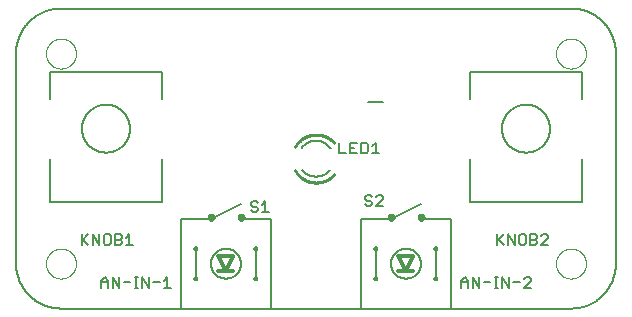
<source format=gto>
G75*
%MOIN*%
%OFA0B0*%
%FSLAX25Y25*%
%IPPOS*%
%LPD*%
%AMOC8*
5,1,8,0,0,1.08239X$1,22.5*
%
%ADD10C,0.00000*%
%ADD11C,0.00600*%
%ADD12C,0.00800*%
%ADD13C,0.01200*%
%ADD14C,0.00500*%
%ADD15C,0.01300*%
%ADD16C,0.01000*%
D10*
X0011300Y0016300D02*
X0011302Y0016441D01*
X0011308Y0016582D01*
X0011318Y0016722D01*
X0011332Y0016862D01*
X0011350Y0017002D01*
X0011371Y0017141D01*
X0011397Y0017280D01*
X0011426Y0017418D01*
X0011460Y0017554D01*
X0011497Y0017690D01*
X0011538Y0017825D01*
X0011583Y0017959D01*
X0011632Y0018091D01*
X0011684Y0018222D01*
X0011740Y0018351D01*
X0011800Y0018478D01*
X0011863Y0018604D01*
X0011929Y0018728D01*
X0012000Y0018851D01*
X0012073Y0018971D01*
X0012150Y0019089D01*
X0012230Y0019205D01*
X0012314Y0019318D01*
X0012400Y0019429D01*
X0012490Y0019538D01*
X0012583Y0019644D01*
X0012678Y0019747D01*
X0012777Y0019848D01*
X0012878Y0019946D01*
X0012982Y0020041D01*
X0013089Y0020133D01*
X0013198Y0020222D01*
X0013310Y0020307D01*
X0013424Y0020390D01*
X0013540Y0020470D01*
X0013659Y0020546D01*
X0013780Y0020618D01*
X0013902Y0020688D01*
X0014027Y0020753D01*
X0014153Y0020816D01*
X0014281Y0020874D01*
X0014411Y0020929D01*
X0014542Y0020981D01*
X0014675Y0021028D01*
X0014809Y0021072D01*
X0014944Y0021113D01*
X0015080Y0021149D01*
X0015217Y0021181D01*
X0015355Y0021210D01*
X0015493Y0021235D01*
X0015633Y0021255D01*
X0015773Y0021272D01*
X0015913Y0021285D01*
X0016054Y0021294D01*
X0016194Y0021299D01*
X0016335Y0021300D01*
X0016476Y0021297D01*
X0016617Y0021290D01*
X0016757Y0021279D01*
X0016897Y0021264D01*
X0017037Y0021245D01*
X0017176Y0021223D01*
X0017314Y0021196D01*
X0017452Y0021166D01*
X0017588Y0021131D01*
X0017724Y0021093D01*
X0017858Y0021051D01*
X0017992Y0021005D01*
X0018124Y0020956D01*
X0018254Y0020902D01*
X0018383Y0020845D01*
X0018510Y0020785D01*
X0018636Y0020721D01*
X0018759Y0020653D01*
X0018881Y0020582D01*
X0019001Y0020508D01*
X0019118Y0020430D01*
X0019233Y0020349D01*
X0019346Y0020265D01*
X0019457Y0020178D01*
X0019565Y0020087D01*
X0019670Y0019994D01*
X0019773Y0019897D01*
X0019873Y0019798D01*
X0019970Y0019696D01*
X0020064Y0019591D01*
X0020155Y0019484D01*
X0020243Y0019374D01*
X0020328Y0019262D01*
X0020410Y0019147D01*
X0020489Y0019030D01*
X0020564Y0018911D01*
X0020636Y0018790D01*
X0020704Y0018667D01*
X0020769Y0018542D01*
X0020831Y0018415D01*
X0020888Y0018286D01*
X0020943Y0018156D01*
X0020993Y0018025D01*
X0021040Y0017892D01*
X0021083Y0017758D01*
X0021122Y0017622D01*
X0021157Y0017486D01*
X0021189Y0017349D01*
X0021216Y0017211D01*
X0021240Y0017072D01*
X0021260Y0016932D01*
X0021276Y0016792D01*
X0021288Y0016652D01*
X0021296Y0016511D01*
X0021300Y0016370D01*
X0021300Y0016230D01*
X0021296Y0016089D01*
X0021288Y0015948D01*
X0021276Y0015808D01*
X0021260Y0015668D01*
X0021240Y0015528D01*
X0021216Y0015389D01*
X0021189Y0015251D01*
X0021157Y0015114D01*
X0021122Y0014978D01*
X0021083Y0014842D01*
X0021040Y0014708D01*
X0020993Y0014575D01*
X0020943Y0014444D01*
X0020888Y0014314D01*
X0020831Y0014185D01*
X0020769Y0014058D01*
X0020704Y0013933D01*
X0020636Y0013810D01*
X0020564Y0013689D01*
X0020489Y0013570D01*
X0020410Y0013453D01*
X0020328Y0013338D01*
X0020243Y0013226D01*
X0020155Y0013116D01*
X0020064Y0013009D01*
X0019970Y0012904D01*
X0019873Y0012802D01*
X0019773Y0012703D01*
X0019670Y0012606D01*
X0019565Y0012513D01*
X0019457Y0012422D01*
X0019346Y0012335D01*
X0019233Y0012251D01*
X0019118Y0012170D01*
X0019001Y0012092D01*
X0018881Y0012018D01*
X0018759Y0011947D01*
X0018636Y0011879D01*
X0018510Y0011815D01*
X0018383Y0011755D01*
X0018254Y0011698D01*
X0018124Y0011644D01*
X0017992Y0011595D01*
X0017858Y0011549D01*
X0017724Y0011507D01*
X0017588Y0011469D01*
X0017452Y0011434D01*
X0017314Y0011404D01*
X0017176Y0011377D01*
X0017037Y0011355D01*
X0016897Y0011336D01*
X0016757Y0011321D01*
X0016617Y0011310D01*
X0016476Y0011303D01*
X0016335Y0011300D01*
X0016194Y0011301D01*
X0016054Y0011306D01*
X0015913Y0011315D01*
X0015773Y0011328D01*
X0015633Y0011345D01*
X0015493Y0011365D01*
X0015355Y0011390D01*
X0015217Y0011419D01*
X0015080Y0011451D01*
X0014944Y0011487D01*
X0014809Y0011528D01*
X0014675Y0011572D01*
X0014542Y0011619D01*
X0014411Y0011671D01*
X0014281Y0011726D01*
X0014153Y0011784D01*
X0014027Y0011847D01*
X0013902Y0011912D01*
X0013780Y0011982D01*
X0013659Y0012054D01*
X0013540Y0012130D01*
X0013424Y0012210D01*
X0013310Y0012293D01*
X0013198Y0012378D01*
X0013089Y0012467D01*
X0012982Y0012559D01*
X0012878Y0012654D01*
X0012777Y0012752D01*
X0012678Y0012853D01*
X0012583Y0012956D01*
X0012490Y0013062D01*
X0012400Y0013171D01*
X0012314Y0013282D01*
X0012230Y0013395D01*
X0012150Y0013511D01*
X0012073Y0013629D01*
X0012000Y0013749D01*
X0011929Y0013872D01*
X0011863Y0013996D01*
X0011800Y0014122D01*
X0011740Y0014249D01*
X0011684Y0014378D01*
X0011632Y0014509D01*
X0011583Y0014641D01*
X0011538Y0014775D01*
X0011497Y0014910D01*
X0011460Y0015046D01*
X0011426Y0015182D01*
X0011397Y0015320D01*
X0011371Y0015459D01*
X0011350Y0015598D01*
X0011332Y0015738D01*
X0011318Y0015878D01*
X0011308Y0016018D01*
X0011302Y0016159D01*
X0011300Y0016300D01*
X0011300Y0086300D02*
X0011302Y0086441D01*
X0011308Y0086582D01*
X0011318Y0086722D01*
X0011332Y0086862D01*
X0011350Y0087002D01*
X0011371Y0087141D01*
X0011397Y0087280D01*
X0011426Y0087418D01*
X0011460Y0087554D01*
X0011497Y0087690D01*
X0011538Y0087825D01*
X0011583Y0087959D01*
X0011632Y0088091D01*
X0011684Y0088222D01*
X0011740Y0088351D01*
X0011800Y0088478D01*
X0011863Y0088604D01*
X0011929Y0088728D01*
X0012000Y0088851D01*
X0012073Y0088971D01*
X0012150Y0089089D01*
X0012230Y0089205D01*
X0012314Y0089318D01*
X0012400Y0089429D01*
X0012490Y0089538D01*
X0012583Y0089644D01*
X0012678Y0089747D01*
X0012777Y0089848D01*
X0012878Y0089946D01*
X0012982Y0090041D01*
X0013089Y0090133D01*
X0013198Y0090222D01*
X0013310Y0090307D01*
X0013424Y0090390D01*
X0013540Y0090470D01*
X0013659Y0090546D01*
X0013780Y0090618D01*
X0013902Y0090688D01*
X0014027Y0090753D01*
X0014153Y0090816D01*
X0014281Y0090874D01*
X0014411Y0090929D01*
X0014542Y0090981D01*
X0014675Y0091028D01*
X0014809Y0091072D01*
X0014944Y0091113D01*
X0015080Y0091149D01*
X0015217Y0091181D01*
X0015355Y0091210D01*
X0015493Y0091235D01*
X0015633Y0091255D01*
X0015773Y0091272D01*
X0015913Y0091285D01*
X0016054Y0091294D01*
X0016194Y0091299D01*
X0016335Y0091300D01*
X0016476Y0091297D01*
X0016617Y0091290D01*
X0016757Y0091279D01*
X0016897Y0091264D01*
X0017037Y0091245D01*
X0017176Y0091223D01*
X0017314Y0091196D01*
X0017452Y0091166D01*
X0017588Y0091131D01*
X0017724Y0091093D01*
X0017858Y0091051D01*
X0017992Y0091005D01*
X0018124Y0090956D01*
X0018254Y0090902D01*
X0018383Y0090845D01*
X0018510Y0090785D01*
X0018636Y0090721D01*
X0018759Y0090653D01*
X0018881Y0090582D01*
X0019001Y0090508D01*
X0019118Y0090430D01*
X0019233Y0090349D01*
X0019346Y0090265D01*
X0019457Y0090178D01*
X0019565Y0090087D01*
X0019670Y0089994D01*
X0019773Y0089897D01*
X0019873Y0089798D01*
X0019970Y0089696D01*
X0020064Y0089591D01*
X0020155Y0089484D01*
X0020243Y0089374D01*
X0020328Y0089262D01*
X0020410Y0089147D01*
X0020489Y0089030D01*
X0020564Y0088911D01*
X0020636Y0088790D01*
X0020704Y0088667D01*
X0020769Y0088542D01*
X0020831Y0088415D01*
X0020888Y0088286D01*
X0020943Y0088156D01*
X0020993Y0088025D01*
X0021040Y0087892D01*
X0021083Y0087758D01*
X0021122Y0087622D01*
X0021157Y0087486D01*
X0021189Y0087349D01*
X0021216Y0087211D01*
X0021240Y0087072D01*
X0021260Y0086932D01*
X0021276Y0086792D01*
X0021288Y0086652D01*
X0021296Y0086511D01*
X0021300Y0086370D01*
X0021300Y0086230D01*
X0021296Y0086089D01*
X0021288Y0085948D01*
X0021276Y0085808D01*
X0021260Y0085668D01*
X0021240Y0085528D01*
X0021216Y0085389D01*
X0021189Y0085251D01*
X0021157Y0085114D01*
X0021122Y0084978D01*
X0021083Y0084842D01*
X0021040Y0084708D01*
X0020993Y0084575D01*
X0020943Y0084444D01*
X0020888Y0084314D01*
X0020831Y0084185D01*
X0020769Y0084058D01*
X0020704Y0083933D01*
X0020636Y0083810D01*
X0020564Y0083689D01*
X0020489Y0083570D01*
X0020410Y0083453D01*
X0020328Y0083338D01*
X0020243Y0083226D01*
X0020155Y0083116D01*
X0020064Y0083009D01*
X0019970Y0082904D01*
X0019873Y0082802D01*
X0019773Y0082703D01*
X0019670Y0082606D01*
X0019565Y0082513D01*
X0019457Y0082422D01*
X0019346Y0082335D01*
X0019233Y0082251D01*
X0019118Y0082170D01*
X0019001Y0082092D01*
X0018881Y0082018D01*
X0018759Y0081947D01*
X0018636Y0081879D01*
X0018510Y0081815D01*
X0018383Y0081755D01*
X0018254Y0081698D01*
X0018124Y0081644D01*
X0017992Y0081595D01*
X0017858Y0081549D01*
X0017724Y0081507D01*
X0017588Y0081469D01*
X0017452Y0081434D01*
X0017314Y0081404D01*
X0017176Y0081377D01*
X0017037Y0081355D01*
X0016897Y0081336D01*
X0016757Y0081321D01*
X0016617Y0081310D01*
X0016476Y0081303D01*
X0016335Y0081300D01*
X0016194Y0081301D01*
X0016054Y0081306D01*
X0015913Y0081315D01*
X0015773Y0081328D01*
X0015633Y0081345D01*
X0015493Y0081365D01*
X0015355Y0081390D01*
X0015217Y0081419D01*
X0015080Y0081451D01*
X0014944Y0081487D01*
X0014809Y0081528D01*
X0014675Y0081572D01*
X0014542Y0081619D01*
X0014411Y0081671D01*
X0014281Y0081726D01*
X0014153Y0081784D01*
X0014027Y0081847D01*
X0013902Y0081912D01*
X0013780Y0081982D01*
X0013659Y0082054D01*
X0013540Y0082130D01*
X0013424Y0082210D01*
X0013310Y0082293D01*
X0013198Y0082378D01*
X0013089Y0082467D01*
X0012982Y0082559D01*
X0012878Y0082654D01*
X0012777Y0082752D01*
X0012678Y0082853D01*
X0012583Y0082956D01*
X0012490Y0083062D01*
X0012400Y0083171D01*
X0012314Y0083282D01*
X0012230Y0083395D01*
X0012150Y0083511D01*
X0012073Y0083629D01*
X0012000Y0083749D01*
X0011929Y0083872D01*
X0011863Y0083996D01*
X0011800Y0084122D01*
X0011740Y0084249D01*
X0011684Y0084378D01*
X0011632Y0084509D01*
X0011583Y0084641D01*
X0011538Y0084775D01*
X0011497Y0084910D01*
X0011460Y0085046D01*
X0011426Y0085182D01*
X0011397Y0085320D01*
X0011371Y0085459D01*
X0011350Y0085598D01*
X0011332Y0085738D01*
X0011318Y0085878D01*
X0011308Y0086018D01*
X0011302Y0086159D01*
X0011300Y0086300D01*
X0181300Y0086300D02*
X0181302Y0086441D01*
X0181308Y0086582D01*
X0181318Y0086722D01*
X0181332Y0086862D01*
X0181350Y0087002D01*
X0181371Y0087141D01*
X0181397Y0087280D01*
X0181426Y0087418D01*
X0181460Y0087554D01*
X0181497Y0087690D01*
X0181538Y0087825D01*
X0181583Y0087959D01*
X0181632Y0088091D01*
X0181684Y0088222D01*
X0181740Y0088351D01*
X0181800Y0088478D01*
X0181863Y0088604D01*
X0181929Y0088728D01*
X0182000Y0088851D01*
X0182073Y0088971D01*
X0182150Y0089089D01*
X0182230Y0089205D01*
X0182314Y0089318D01*
X0182400Y0089429D01*
X0182490Y0089538D01*
X0182583Y0089644D01*
X0182678Y0089747D01*
X0182777Y0089848D01*
X0182878Y0089946D01*
X0182982Y0090041D01*
X0183089Y0090133D01*
X0183198Y0090222D01*
X0183310Y0090307D01*
X0183424Y0090390D01*
X0183540Y0090470D01*
X0183659Y0090546D01*
X0183780Y0090618D01*
X0183902Y0090688D01*
X0184027Y0090753D01*
X0184153Y0090816D01*
X0184281Y0090874D01*
X0184411Y0090929D01*
X0184542Y0090981D01*
X0184675Y0091028D01*
X0184809Y0091072D01*
X0184944Y0091113D01*
X0185080Y0091149D01*
X0185217Y0091181D01*
X0185355Y0091210D01*
X0185493Y0091235D01*
X0185633Y0091255D01*
X0185773Y0091272D01*
X0185913Y0091285D01*
X0186054Y0091294D01*
X0186194Y0091299D01*
X0186335Y0091300D01*
X0186476Y0091297D01*
X0186617Y0091290D01*
X0186757Y0091279D01*
X0186897Y0091264D01*
X0187037Y0091245D01*
X0187176Y0091223D01*
X0187314Y0091196D01*
X0187452Y0091166D01*
X0187588Y0091131D01*
X0187724Y0091093D01*
X0187858Y0091051D01*
X0187992Y0091005D01*
X0188124Y0090956D01*
X0188254Y0090902D01*
X0188383Y0090845D01*
X0188510Y0090785D01*
X0188636Y0090721D01*
X0188759Y0090653D01*
X0188881Y0090582D01*
X0189001Y0090508D01*
X0189118Y0090430D01*
X0189233Y0090349D01*
X0189346Y0090265D01*
X0189457Y0090178D01*
X0189565Y0090087D01*
X0189670Y0089994D01*
X0189773Y0089897D01*
X0189873Y0089798D01*
X0189970Y0089696D01*
X0190064Y0089591D01*
X0190155Y0089484D01*
X0190243Y0089374D01*
X0190328Y0089262D01*
X0190410Y0089147D01*
X0190489Y0089030D01*
X0190564Y0088911D01*
X0190636Y0088790D01*
X0190704Y0088667D01*
X0190769Y0088542D01*
X0190831Y0088415D01*
X0190888Y0088286D01*
X0190943Y0088156D01*
X0190993Y0088025D01*
X0191040Y0087892D01*
X0191083Y0087758D01*
X0191122Y0087622D01*
X0191157Y0087486D01*
X0191189Y0087349D01*
X0191216Y0087211D01*
X0191240Y0087072D01*
X0191260Y0086932D01*
X0191276Y0086792D01*
X0191288Y0086652D01*
X0191296Y0086511D01*
X0191300Y0086370D01*
X0191300Y0086230D01*
X0191296Y0086089D01*
X0191288Y0085948D01*
X0191276Y0085808D01*
X0191260Y0085668D01*
X0191240Y0085528D01*
X0191216Y0085389D01*
X0191189Y0085251D01*
X0191157Y0085114D01*
X0191122Y0084978D01*
X0191083Y0084842D01*
X0191040Y0084708D01*
X0190993Y0084575D01*
X0190943Y0084444D01*
X0190888Y0084314D01*
X0190831Y0084185D01*
X0190769Y0084058D01*
X0190704Y0083933D01*
X0190636Y0083810D01*
X0190564Y0083689D01*
X0190489Y0083570D01*
X0190410Y0083453D01*
X0190328Y0083338D01*
X0190243Y0083226D01*
X0190155Y0083116D01*
X0190064Y0083009D01*
X0189970Y0082904D01*
X0189873Y0082802D01*
X0189773Y0082703D01*
X0189670Y0082606D01*
X0189565Y0082513D01*
X0189457Y0082422D01*
X0189346Y0082335D01*
X0189233Y0082251D01*
X0189118Y0082170D01*
X0189001Y0082092D01*
X0188881Y0082018D01*
X0188759Y0081947D01*
X0188636Y0081879D01*
X0188510Y0081815D01*
X0188383Y0081755D01*
X0188254Y0081698D01*
X0188124Y0081644D01*
X0187992Y0081595D01*
X0187858Y0081549D01*
X0187724Y0081507D01*
X0187588Y0081469D01*
X0187452Y0081434D01*
X0187314Y0081404D01*
X0187176Y0081377D01*
X0187037Y0081355D01*
X0186897Y0081336D01*
X0186757Y0081321D01*
X0186617Y0081310D01*
X0186476Y0081303D01*
X0186335Y0081300D01*
X0186194Y0081301D01*
X0186054Y0081306D01*
X0185913Y0081315D01*
X0185773Y0081328D01*
X0185633Y0081345D01*
X0185493Y0081365D01*
X0185355Y0081390D01*
X0185217Y0081419D01*
X0185080Y0081451D01*
X0184944Y0081487D01*
X0184809Y0081528D01*
X0184675Y0081572D01*
X0184542Y0081619D01*
X0184411Y0081671D01*
X0184281Y0081726D01*
X0184153Y0081784D01*
X0184027Y0081847D01*
X0183902Y0081912D01*
X0183780Y0081982D01*
X0183659Y0082054D01*
X0183540Y0082130D01*
X0183424Y0082210D01*
X0183310Y0082293D01*
X0183198Y0082378D01*
X0183089Y0082467D01*
X0182982Y0082559D01*
X0182878Y0082654D01*
X0182777Y0082752D01*
X0182678Y0082853D01*
X0182583Y0082956D01*
X0182490Y0083062D01*
X0182400Y0083171D01*
X0182314Y0083282D01*
X0182230Y0083395D01*
X0182150Y0083511D01*
X0182073Y0083629D01*
X0182000Y0083749D01*
X0181929Y0083872D01*
X0181863Y0083996D01*
X0181800Y0084122D01*
X0181740Y0084249D01*
X0181684Y0084378D01*
X0181632Y0084509D01*
X0181583Y0084641D01*
X0181538Y0084775D01*
X0181497Y0084910D01*
X0181460Y0085046D01*
X0181426Y0085182D01*
X0181397Y0085320D01*
X0181371Y0085459D01*
X0181350Y0085598D01*
X0181332Y0085738D01*
X0181318Y0085878D01*
X0181308Y0086018D01*
X0181302Y0086159D01*
X0181300Y0086300D01*
X0181300Y0016300D02*
X0181302Y0016441D01*
X0181308Y0016582D01*
X0181318Y0016722D01*
X0181332Y0016862D01*
X0181350Y0017002D01*
X0181371Y0017141D01*
X0181397Y0017280D01*
X0181426Y0017418D01*
X0181460Y0017554D01*
X0181497Y0017690D01*
X0181538Y0017825D01*
X0181583Y0017959D01*
X0181632Y0018091D01*
X0181684Y0018222D01*
X0181740Y0018351D01*
X0181800Y0018478D01*
X0181863Y0018604D01*
X0181929Y0018728D01*
X0182000Y0018851D01*
X0182073Y0018971D01*
X0182150Y0019089D01*
X0182230Y0019205D01*
X0182314Y0019318D01*
X0182400Y0019429D01*
X0182490Y0019538D01*
X0182583Y0019644D01*
X0182678Y0019747D01*
X0182777Y0019848D01*
X0182878Y0019946D01*
X0182982Y0020041D01*
X0183089Y0020133D01*
X0183198Y0020222D01*
X0183310Y0020307D01*
X0183424Y0020390D01*
X0183540Y0020470D01*
X0183659Y0020546D01*
X0183780Y0020618D01*
X0183902Y0020688D01*
X0184027Y0020753D01*
X0184153Y0020816D01*
X0184281Y0020874D01*
X0184411Y0020929D01*
X0184542Y0020981D01*
X0184675Y0021028D01*
X0184809Y0021072D01*
X0184944Y0021113D01*
X0185080Y0021149D01*
X0185217Y0021181D01*
X0185355Y0021210D01*
X0185493Y0021235D01*
X0185633Y0021255D01*
X0185773Y0021272D01*
X0185913Y0021285D01*
X0186054Y0021294D01*
X0186194Y0021299D01*
X0186335Y0021300D01*
X0186476Y0021297D01*
X0186617Y0021290D01*
X0186757Y0021279D01*
X0186897Y0021264D01*
X0187037Y0021245D01*
X0187176Y0021223D01*
X0187314Y0021196D01*
X0187452Y0021166D01*
X0187588Y0021131D01*
X0187724Y0021093D01*
X0187858Y0021051D01*
X0187992Y0021005D01*
X0188124Y0020956D01*
X0188254Y0020902D01*
X0188383Y0020845D01*
X0188510Y0020785D01*
X0188636Y0020721D01*
X0188759Y0020653D01*
X0188881Y0020582D01*
X0189001Y0020508D01*
X0189118Y0020430D01*
X0189233Y0020349D01*
X0189346Y0020265D01*
X0189457Y0020178D01*
X0189565Y0020087D01*
X0189670Y0019994D01*
X0189773Y0019897D01*
X0189873Y0019798D01*
X0189970Y0019696D01*
X0190064Y0019591D01*
X0190155Y0019484D01*
X0190243Y0019374D01*
X0190328Y0019262D01*
X0190410Y0019147D01*
X0190489Y0019030D01*
X0190564Y0018911D01*
X0190636Y0018790D01*
X0190704Y0018667D01*
X0190769Y0018542D01*
X0190831Y0018415D01*
X0190888Y0018286D01*
X0190943Y0018156D01*
X0190993Y0018025D01*
X0191040Y0017892D01*
X0191083Y0017758D01*
X0191122Y0017622D01*
X0191157Y0017486D01*
X0191189Y0017349D01*
X0191216Y0017211D01*
X0191240Y0017072D01*
X0191260Y0016932D01*
X0191276Y0016792D01*
X0191288Y0016652D01*
X0191296Y0016511D01*
X0191300Y0016370D01*
X0191300Y0016230D01*
X0191296Y0016089D01*
X0191288Y0015948D01*
X0191276Y0015808D01*
X0191260Y0015668D01*
X0191240Y0015528D01*
X0191216Y0015389D01*
X0191189Y0015251D01*
X0191157Y0015114D01*
X0191122Y0014978D01*
X0191083Y0014842D01*
X0191040Y0014708D01*
X0190993Y0014575D01*
X0190943Y0014444D01*
X0190888Y0014314D01*
X0190831Y0014185D01*
X0190769Y0014058D01*
X0190704Y0013933D01*
X0190636Y0013810D01*
X0190564Y0013689D01*
X0190489Y0013570D01*
X0190410Y0013453D01*
X0190328Y0013338D01*
X0190243Y0013226D01*
X0190155Y0013116D01*
X0190064Y0013009D01*
X0189970Y0012904D01*
X0189873Y0012802D01*
X0189773Y0012703D01*
X0189670Y0012606D01*
X0189565Y0012513D01*
X0189457Y0012422D01*
X0189346Y0012335D01*
X0189233Y0012251D01*
X0189118Y0012170D01*
X0189001Y0012092D01*
X0188881Y0012018D01*
X0188759Y0011947D01*
X0188636Y0011879D01*
X0188510Y0011815D01*
X0188383Y0011755D01*
X0188254Y0011698D01*
X0188124Y0011644D01*
X0187992Y0011595D01*
X0187858Y0011549D01*
X0187724Y0011507D01*
X0187588Y0011469D01*
X0187452Y0011434D01*
X0187314Y0011404D01*
X0187176Y0011377D01*
X0187037Y0011355D01*
X0186897Y0011336D01*
X0186757Y0011321D01*
X0186617Y0011310D01*
X0186476Y0011303D01*
X0186335Y0011300D01*
X0186194Y0011301D01*
X0186054Y0011306D01*
X0185913Y0011315D01*
X0185773Y0011328D01*
X0185633Y0011345D01*
X0185493Y0011365D01*
X0185355Y0011390D01*
X0185217Y0011419D01*
X0185080Y0011451D01*
X0184944Y0011487D01*
X0184809Y0011528D01*
X0184675Y0011572D01*
X0184542Y0011619D01*
X0184411Y0011671D01*
X0184281Y0011726D01*
X0184153Y0011784D01*
X0184027Y0011847D01*
X0183902Y0011912D01*
X0183780Y0011982D01*
X0183659Y0012054D01*
X0183540Y0012130D01*
X0183424Y0012210D01*
X0183310Y0012293D01*
X0183198Y0012378D01*
X0183089Y0012467D01*
X0182982Y0012559D01*
X0182878Y0012654D01*
X0182777Y0012752D01*
X0182678Y0012853D01*
X0182583Y0012956D01*
X0182490Y0013062D01*
X0182400Y0013171D01*
X0182314Y0013282D01*
X0182230Y0013395D01*
X0182150Y0013511D01*
X0182073Y0013629D01*
X0182000Y0013749D01*
X0181929Y0013872D01*
X0181863Y0013996D01*
X0181800Y0014122D01*
X0181740Y0014249D01*
X0181684Y0014378D01*
X0181632Y0014509D01*
X0181583Y0014641D01*
X0181538Y0014775D01*
X0181497Y0014910D01*
X0181460Y0015046D01*
X0181426Y0015182D01*
X0181397Y0015320D01*
X0181371Y0015459D01*
X0181350Y0015598D01*
X0181332Y0015738D01*
X0181318Y0015878D01*
X0181308Y0016018D01*
X0181302Y0016159D01*
X0181300Y0016300D01*
D11*
X0186300Y0001300D02*
X0016300Y0001300D01*
X0029800Y0008300D02*
X0029800Y0010569D01*
X0030934Y0011703D01*
X0032069Y0010569D01*
X0032069Y0008300D01*
X0033483Y0008300D02*
X0033483Y0011703D01*
X0035752Y0008300D01*
X0035752Y0011703D01*
X0037166Y0010001D02*
X0039435Y0010001D01*
X0040849Y0008300D02*
X0041984Y0008300D01*
X0041417Y0008300D02*
X0041417Y0011703D01*
X0041984Y0011703D02*
X0040849Y0011703D01*
X0043305Y0011703D02*
X0045573Y0008300D01*
X0045573Y0011703D01*
X0043305Y0011703D02*
X0043305Y0008300D01*
X0046988Y0010001D02*
X0049257Y0010001D01*
X0050671Y0010569D02*
X0051805Y0011703D01*
X0051805Y0008300D01*
X0050671Y0008300D02*
X0052940Y0008300D01*
X0032069Y0010001D02*
X0029800Y0010001D01*
X0016300Y0001300D02*
X0015938Y0001304D01*
X0015575Y0001318D01*
X0015213Y0001339D01*
X0014852Y0001370D01*
X0014492Y0001409D01*
X0014133Y0001457D01*
X0013775Y0001514D01*
X0013418Y0001579D01*
X0013063Y0001653D01*
X0012710Y0001736D01*
X0012359Y0001827D01*
X0012011Y0001926D01*
X0011665Y0002034D01*
X0011321Y0002150D01*
X0010981Y0002275D01*
X0010644Y0002407D01*
X0010310Y0002548D01*
X0009979Y0002697D01*
X0009652Y0002854D01*
X0009329Y0003018D01*
X0009010Y0003190D01*
X0008696Y0003370D01*
X0008385Y0003558D01*
X0008080Y0003753D01*
X0007779Y0003955D01*
X0007483Y0004165D01*
X0007193Y0004381D01*
X0006907Y0004605D01*
X0006627Y0004835D01*
X0006353Y0005072D01*
X0006085Y0005316D01*
X0005822Y0005566D01*
X0005566Y0005822D01*
X0005316Y0006085D01*
X0005072Y0006353D01*
X0004835Y0006627D01*
X0004605Y0006907D01*
X0004381Y0007193D01*
X0004165Y0007483D01*
X0003955Y0007779D01*
X0003753Y0008080D01*
X0003558Y0008385D01*
X0003370Y0008696D01*
X0003190Y0009010D01*
X0003018Y0009329D01*
X0002854Y0009652D01*
X0002697Y0009979D01*
X0002548Y0010310D01*
X0002407Y0010644D01*
X0002275Y0010981D01*
X0002150Y0011321D01*
X0002034Y0011665D01*
X0001926Y0012011D01*
X0001827Y0012359D01*
X0001736Y0012710D01*
X0001653Y0013063D01*
X0001579Y0013418D01*
X0001514Y0013775D01*
X0001457Y0014133D01*
X0001409Y0014492D01*
X0001370Y0014852D01*
X0001339Y0015213D01*
X0001318Y0015575D01*
X0001304Y0015938D01*
X0001300Y0016300D01*
X0001300Y0086300D01*
X0001304Y0086662D01*
X0001318Y0087025D01*
X0001339Y0087387D01*
X0001370Y0087748D01*
X0001409Y0088108D01*
X0001457Y0088467D01*
X0001514Y0088825D01*
X0001579Y0089182D01*
X0001653Y0089537D01*
X0001736Y0089890D01*
X0001827Y0090241D01*
X0001926Y0090589D01*
X0002034Y0090935D01*
X0002150Y0091279D01*
X0002275Y0091619D01*
X0002407Y0091956D01*
X0002548Y0092290D01*
X0002697Y0092621D01*
X0002854Y0092948D01*
X0003018Y0093271D01*
X0003190Y0093590D01*
X0003370Y0093904D01*
X0003558Y0094215D01*
X0003753Y0094520D01*
X0003955Y0094821D01*
X0004165Y0095117D01*
X0004381Y0095407D01*
X0004605Y0095693D01*
X0004835Y0095973D01*
X0005072Y0096247D01*
X0005316Y0096515D01*
X0005566Y0096778D01*
X0005822Y0097034D01*
X0006085Y0097284D01*
X0006353Y0097528D01*
X0006627Y0097765D01*
X0006907Y0097995D01*
X0007193Y0098219D01*
X0007483Y0098435D01*
X0007779Y0098645D01*
X0008080Y0098847D01*
X0008385Y0099042D01*
X0008696Y0099230D01*
X0009010Y0099410D01*
X0009329Y0099582D01*
X0009652Y0099746D01*
X0009979Y0099903D01*
X0010310Y0100052D01*
X0010644Y0100193D01*
X0010981Y0100325D01*
X0011321Y0100450D01*
X0011665Y0100566D01*
X0012011Y0100674D01*
X0012359Y0100773D01*
X0012710Y0100864D01*
X0013063Y0100947D01*
X0013418Y0101021D01*
X0013775Y0101086D01*
X0014133Y0101143D01*
X0014492Y0101191D01*
X0014852Y0101230D01*
X0015213Y0101261D01*
X0015575Y0101282D01*
X0015938Y0101296D01*
X0016300Y0101300D01*
X0186300Y0101300D01*
X0186662Y0101296D01*
X0187025Y0101282D01*
X0187387Y0101261D01*
X0187748Y0101230D01*
X0188108Y0101191D01*
X0188467Y0101143D01*
X0188825Y0101086D01*
X0189182Y0101021D01*
X0189537Y0100947D01*
X0189890Y0100864D01*
X0190241Y0100773D01*
X0190589Y0100674D01*
X0190935Y0100566D01*
X0191279Y0100450D01*
X0191619Y0100325D01*
X0191956Y0100193D01*
X0192290Y0100052D01*
X0192621Y0099903D01*
X0192948Y0099746D01*
X0193271Y0099582D01*
X0193590Y0099410D01*
X0193904Y0099230D01*
X0194215Y0099042D01*
X0194520Y0098847D01*
X0194821Y0098645D01*
X0195117Y0098435D01*
X0195407Y0098219D01*
X0195693Y0097995D01*
X0195973Y0097765D01*
X0196247Y0097528D01*
X0196515Y0097284D01*
X0196778Y0097034D01*
X0197034Y0096778D01*
X0197284Y0096515D01*
X0197528Y0096247D01*
X0197765Y0095973D01*
X0197995Y0095693D01*
X0198219Y0095407D01*
X0198435Y0095117D01*
X0198645Y0094821D01*
X0198847Y0094520D01*
X0199042Y0094215D01*
X0199230Y0093904D01*
X0199410Y0093590D01*
X0199582Y0093271D01*
X0199746Y0092948D01*
X0199903Y0092621D01*
X0200052Y0092290D01*
X0200193Y0091956D01*
X0200325Y0091619D01*
X0200450Y0091279D01*
X0200566Y0090935D01*
X0200674Y0090589D01*
X0200773Y0090241D01*
X0200864Y0089890D01*
X0200947Y0089537D01*
X0201021Y0089182D01*
X0201086Y0088825D01*
X0201143Y0088467D01*
X0201191Y0088108D01*
X0201230Y0087748D01*
X0201261Y0087387D01*
X0201282Y0087025D01*
X0201296Y0086662D01*
X0201300Y0086300D01*
X0201300Y0016300D01*
X0201296Y0015938D01*
X0201282Y0015575D01*
X0201261Y0015213D01*
X0201230Y0014852D01*
X0201191Y0014492D01*
X0201143Y0014133D01*
X0201086Y0013775D01*
X0201021Y0013418D01*
X0200947Y0013063D01*
X0200864Y0012710D01*
X0200773Y0012359D01*
X0200674Y0012011D01*
X0200566Y0011665D01*
X0200450Y0011321D01*
X0200325Y0010981D01*
X0200193Y0010644D01*
X0200052Y0010310D01*
X0199903Y0009979D01*
X0199746Y0009652D01*
X0199582Y0009329D01*
X0199410Y0009010D01*
X0199230Y0008696D01*
X0199042Y0008385D01*
X0198847Y0008080D01*
X0198645Y0007779D01*
X0198435Y0007483D01*
X0198219Y0007193D01*
X0197995Y0006907D01*
X0197765Y0006627D01*
X0197528Y0006353D01*
X0197284Y0006085D01*
X0197034Y0005822D01*
X0196778Y0005566D01*
X0196515Y0005316D01*
X0196247Y0005072D01*
X0195973Y0004835D01*
X0195693Y0004605D01*
X0195407Y0004381D01*
X0195117Y0004165D01*
X0194821Y0003955D01*
X0194520Y0003753D01*
X0194215Y0003558D01*
X0193904Y0003370D01*
X0193590Y0003190D01*
X0193271Y0003018D01*
X0192948Y0002854D01*
X0192621Y0002697D01*
X0192290Y0002548D01*
X0191956Y0002407D01*
X0191619Y0002275D01*
X0191279Y0002150D01*
X0190935Y0002034D01*
X0190589Y0001926D01*
X0190241Y0001827D01*
X0189890Y0001736D01*
X0189537Y0001653D01*
X0189182Y0001579D01*
X0188825Y0001514D01*
X0188467Y0001457D01*
X0188108Y0001409D01*
X0187748Y0001370D01*
X0187387Y0001339D01*
X0187025Y0001318D01*
X0186662Y0001304D01*
X0186300Y0001300D01*
X0172940Y0008300D02*
X0170671Y0008300D01*
X0172940Y0010569D01*
X0172940Y0011136D01*
X0172373Y0011703D01*
X0171238Y0011703D01*
X0170671Y0011136D01*
X0169257Y0010001D02*
X0166988Y0010001D01*
X0165573Y0008300D02*
X0165573Y0011703D01*
X0163305Y0011703D02*
X0165573Y0008300D01*
X0163305Y0008300D02*
X0163305Y0011703D01*
X0161984Y0011703D02*
X0160849Y0011703D01*
X0161417Y0011703D02*
X0161417Y0008300D01*
X0161984Y0008300D02*
X0160849Y0008300D01*
X0159435Y0010001D02*
X0157166Y0010001D01*
X0155752Y0008300D02*
X0155752Y0011703D01*
X0153483Y0011703D02*
X0155752Y0008300D01*
X0153483Y0008300D02*
X0153483Y0011703D01*
X0152069Y0010569D02*
X0152069Y0008300D01*
X0152069Y0010001D02*
X0149800Y0010001D01*
X0149800Y0010569D02*
X0149800Y0008300D01*
X0149800Y0010569D02*
X0150934Y0011703D01*
X0152069Y0010569D01*
X0161684Y0022600D02*
X0161684Y0026003D01*
X0161684Y0023734D02*
X0163953Y0026003D01*
X0165367Y0026003D02*
X0167636Y0022600D01*
X0167636Y0026003D01*
X0169051Y0025436D02*
X0169051Y0023167D01*
X0169618Y0022600D01*
X0170752Y0022600D01*
X0171319Y0023167D01*
X0171319Y0025436D01*
X0170752Y0026003D01*
X0169618Y0026003D01*
X0169051Y0025436D01*
X0172734Y0026003D02*
X0172734Y0022600D01*
X0174435Y0022600D01*
X0175002Y0023167D01*
X0175002Y0023734D01*
X0174435Y0024301D01*
X0172734Y0024301D01*
X0174435Y0024301D02*
X0175002Y0024869D01*
X0175002Y0025436D01*
X0174435Y0026003D01*
X0172734Y0026003D01*
X0176417Y0025436D02*
X0176984Y0026003D01*
X0178118Y0026003D01*
X0178685Y0025436D01*
X0178685Y0024869D01*
X0176417Y0022600D01*
X0178685Y0022600D01*
X0165367Y0022600D02*
X0165367Y0026003D01*
X0162251Y0024301D02*
X0163953Y0022600D01*
X0123552Y0035600D02*
X0121283Y0035600D01*
X0123552Y0037869D01*
X0123552Y0038436D01*
X0122985Y0039003D01*
X0121850Y0039003D01*
X0121283Y0038436D01*
X0119869Y0038436D02*
X0119301Y0039003D01*
X0118167Y0039003D01*
X0117600Y0038436D01*
X0117600Y0037869D01*
X0118167Y0037301D01*
X0119301Y0037301D01*
X0119869Y0036734D01*
X0119869Y0036167D01*
X0119301Y0035600D01*
X0118167Y0035600D01*
X0117600Y0036167D01*
X0101300Y0045300D02*
X0101148Y0045302D01*
X0100997Y0045308D01*
X0100846Y0045317D01*
X0100694Y0045331D01*
X0100544Y0045348D01*
X0100394Y0045369D01*
X0100244Y0045394D01*
X0100095Y0045422D01*
X0099947Y0045455D01*
X0099800Y0045491D01*
X0099653Y0045530D01*
X0099508Y0045574D01*
X0099364Y0045621D01*
X0099221Y0045672D01*
X0099080Y0045726D01*
X0098939Y0045784D01*
X0098801Y0045845D01*
X0098664Y0045910D01*
X0098528Y0045979D01*
X0098395Y0046050D01*
X0098263Y0046125D01*
X0098133Y0046204D01*
X0098006Y0046285D01*
X0097880Y0046370D01*
X0097756Y0046458D01*
X0097635Y0046549D01*
X0097516Y0046643D01*
X0097400Y0046741D01*
X0097286Y0046841D01*
X0097174Y0046943D01*
X0097066Y0047049D01*
X0096960Y0047157D01*
X0096856Y0047268D01*
X0096756Y0047382D01*
X0096658Y0047498D01*
X0096564Y0047617D01*
X0101300Y0057300D02*
X0101454Y0057298D01*
X0101608Y0057292D01*
X0101762Y0057282D01*
X0101916Y0057268D01*
X0102069Y0057251D01*
X0102221Y0057229D01*
X0102373Y0057203D01*
X0102525Y0057174D01*
X0102675Y0057140D01*
X0102825Y0057103D01*
X0102973Y0057062D01*
X0103121Y0057017D01*
X0103267Y0056968D01*
X0103412Y0056916D01*
X0103555Y0056860D01*
X0103698Y0056800D01*
X0103838Y0056737D01*
X0103977Y0056670D01*
X0104114Y0056599D01*
X0104249Y0056525D01*
X0104382Y0056448D01*
X0104514Y0056367D01*
X0104643Y0056283D01*
X0104770Y0056195D01*
X0104894Y0056104D01*
X0105016Y0056011D01*
X0105136Y0055913D01*
X0105253Y0055813D01*
X0105368Y0055710D01*
X0105480Y0055604D01*
X0105589Y0055496D01*
X0105695Y0055384D01*
X0105799Y0055270D01*
X0105899Y0055153D01*
X0105997Y0055034D01*
X0106091Y0054912D01*
X0106182Y0054787D01*
X0109100Y0053100D02*
X0111369Y0053100D01*
X0112783Y0053100D02*
X0115052Y0053100D01*
X0116466Y0053100D02*
X0118168Y0053100D01*
X0118735Y0053667D01*
X0118735Y0055936D01*
X0118168Y0056503D01*
X0116466Y0056503D01*
X0116466Y0053100D01*
X0113917Y0054801D02*
X0112783Y0054801D01*
X0112783Y0053100D02*
X0112783Y0056503D01*
X0115052Y0056503D01*
X0120149Y0055369D02*
X0121284Y0056503D01*
X0121284Y0053100D01*
X0122418Y0053100D02*
X0120149Y0053100D01*
X0109100Y0053100D02*
X0109100Y0056503D01*
X0101300Y0057300D02*
X0101150Y0057298D01*
X0100999Y0057292D01*
X0100849Y0057283D01*
X0100700Y0057270D01*
X0100550Y0057253D01*
X0100401Y0057232D01*
X0100253Y0057208D01*
X0100105Y0057180D01*
X0099958Y0057148D01*
X0099812Y0057113D01*
X0099667Y0057073D01*
X0099523Y0057031D01*
X0099380Y0056984D01*
X0099238Y0056934D01*
X0099097Y0056881D01*
X0098958Y0056824D01*
X0098820Y0056764D01*
X0098684Y0056700D01*
X0098550Y0056633D01*
X0098417Y0056562D01*
X0098286Y0056488D01*
X0098157Y0056411D01*
X0098030Y0056330D01*
X0097905Y0056247D01*
X0097782Y0056160D01*
X0097661Y0056071D01*
X0097543Y0055978D01*
X0097427Y0055882D01*
X0097313Y0055784D01*
X0097202Y0055683D01*
X0097093Y0055578D01*
X0096988Y0055472D01*
X0096884Y0055362D01*
X0096784Y0055250D01*
X0096686Y0055136D01*
X0096592Y0055019D01*
X0096500Y0054900D01*
X0101300Y0045300D02*
X0101452Y0045302D01*
X0101603Y0045308D01*
X0101754Y0045317D01*
X0101906Y0045331D01*
X0102056Y0045348D01*
X0102206Y0045369D01*
X0102356Y0045394D01*
X0102505Y0045422D01*
X0102653Y0045455D01*
X0102800Y0045491D01*
X0102947Y0045530D01*
X0103092Y0045574D01*
X0103236Y0045621D01*
X0103379Y0045672D01*
X0103520Y0045726D01*
X0103661Y0045784D01*
X0103799Y0045845D01*
X0103936Y0045910D01*
X0104072Y0045979D01*
X0104205Y0046050D01*
X0104337Y0046125D01*
X0104467Y0046204D01*
X0104594Y0046285D01*
X0104720Y0046370D01*
X0104844Y0046458D01*
X0104965Y0046549D01*
X0105084Y0046643D01*
X0105200Y0046741D01*
X0105314Y0046841D01*
X0105426Y0046943D01*
X0105534Y0047049D01*
X0105640Y0047157D01*
X0105744Y0047268D01*
X0105844Y0047382D01*
X0105942Y0047498D01*
X0106036Y0047617D01*
X0084417Y0037003D02*
X0084417Y0033600D01*
X0083283Y0033600D02*
X0085552Y0033600D01*
X0083283Y0035869D02*
X0084417Y0037003D01*
X0081869Y0036436D02*
X0081301Y0037003D01*
X0080167Y0037003D01*
X0079600Y0036436D01*
X0079600Y0035869D01*
X0080167Y0035301D01*
X0081301Y0035301D01*
X0081869Y0034734D01*
X0081869Y0034167D01*
X0081301Y0033600D01*
X0080167Y0033600D01*
X0079600Y0034167D01*
X0040185Y0022600D02*
X0037917Y0022600D01*
X0039051Y0022600D02*
X0039051Y0026003D01*
X0037917Y0024869D01*
X0036502Y0024869D02*
X0035935Y0024301D01*
X0034234Y0024301D01*
X0034234Y0022600D02*
X0035935Y0022600D01*
X0036502Y0023167D01*
X0036502Y0023734D01*
X0035935Y0024301D01*
X0036502Y0024869D02*
X0036502Y0025436D01*
X0035935Y0026003D01*
X0034234Y0026003D01*
X0034234Y0022600D01*
X0032819Y0023167D02*
X0032819Y0025436D01*
X0032252Y0026003D01*
X0031118Y0026003D01*
X0030551Y0025436D01*
X0030551Y0023167D01*
X0031118Y0022600D01*
X0032252Y0022600D01*
X0032819Y0023167D01*
X0029136Y0022600D02*
X0029136Y0026003D01*
X0026867Y0026003D02*
X0029136Y0022600D01*
X0026867Y0022600D02*
X0026867Y0026003D01*
X0025453Y0026003D02*
X0023184Y0023734D01*
X0023751Y0024301D02*
X0025453Y0022600D01*
X0023184Y0022600D02*
X0023184Y0026003D01*
D12*
X0066300Y0016300D02*
X0066302Y0016441D01*
X0066308Y0016582D01*
X0066318Y0016722D01*
X0066332Y0016862D01*
X0066350Y0017002D01*
X0066371Y0017141D01*
X0066397Y0017280D01*
X0066426Y0017418D01*
X0066460Y0017554D01*
X0066497Y0017690D01*
X0066538Y0017825D01*
X0066583Y0017959D01*
X0066632Y0018091D01*
X0066684Y0018222D01*
X0066740Y0018351D01*
X0066800Y0018478D01*
X0066863Y0018604D01*
X0066929Y0018728D01*
X0067000Y0018851D01*
X0067073Y0018971D01*
X0067150Y0019089D01*
X0067230Y0019205D01*
X0067314Y0019318D01*
X0067400Y0019429D01*
X0067490Y0019538D01*
X0067583Y0019644D01*
X0067678Y0019747D01*
X0067777Y0019848D01*
X0067878Y0019946D01*
X0067982Y0020041D01*
X0068089Y0020133D01*
X0068198Y0020222D01*
X0068310Y0020307D01*
X0068424Y0020390D01*
X0068540Y0020470D01*
X0068659Y0020546D01*
X0068780Y0020618D01*
X0068902Y0020688D01*
X0069027Y0020753D01*
X0069153Y0020816D01*
X0069281Y0020874D01*
X0069411Y0020929D01*
X0069542Y0020981D01*
X0069675Y0021028D01*
X0069809Y0021072D01*
X0069944Y0021113D01*
X0070080Y0021149D01*
X0070217Y0021181D01*
X0070355Y0021210D01*
X0070493Y0021235D01*
X0070633Y0021255D01*
X0070773Y0021272D01*
X0070913Y0021285D01*
X0071054Y0021294D01*
X0071194Y0021299D01*
X0071335Y0021300D01*
X0071476Y0021297D01*
X0071617Y0021290D01*
X0071757Y0021279D01*
X0071897Y0021264D01*
X0072037Y0021245D01*
X0072176Y0021223D01*
X0072314Y0021196D01*
X0072452Y0021166D01*
X0072588Y0021131D01*
X0072724Y0021093D01*
X0072858Y0021051D01*
X0072992Y0021005D01*
X0073124Y0020956D01*
X0073254Y0020902D01*
X0073383Y0020845D01*
X0073510Y0020785D01*
X0073636Y0020721D01*
X0073759Y0020653D01*
X0073881Y0020582D01*
X0074001Y0020508D01*
X0074118Y0020430D01*
X0074233Y0020349D01*
X0074346Y0020265D01*
X0074457Y0020178D01*
X0074565Y0020087D01*
X0074670Y0019994D01*
X0074773Y0019897D01*
X0074873Y0019798D01*
X0074970Y0019696D01*
X0075064Y0019591D01*
X0075155Y0019484D01*
X0075243Y0019374D01*
X0075328Y0019262D01*
X0075410Y0019147D01*
X0075489Y0019030D01*
X0075564Y0018911D01*
X0075636Y0018790D01*
X0075704Y0018667D01*
X0075769Y0018542D01*
X0075831Y0018415D01*
X0075888Y0018286D01*
X0075943Y0018156D01*
X0075993Y0018025D01*
X0076040Y0017892D01*
X0076083Y0017758D01*
X0076122Y0017622D01*
X0076157Y0017486D01*
X0076189Y0017349D01*
X0076216Y0017211D01*
X0076240Y0017072D01*
X0076260Y0016932D01*
X0076276Y0016792D01*
X0076288Y0016652D01*
X0076296Y0016511D01*
X0076300Y0016370D01*
X0076300Y0016230D01*
X0076296Y0016089D01*
X0076288Y0015948D01*
X0076276Y0015808D01*
X0076260Y0015668D01*
X0076240Y0015528D01*
X0076216Y0015389D01*
X0076189Y0015251D01*
X0076157Y0015114D01*
X0076122Y0014978D01*
X0076083Y0014842D01*
X0076040Y0014708D01*
X0075993Y0014575D01*
X0075943Y0014444D01*
X0075888Y0014314D01*
X0075831Y0014185D01*
X0075769Y0014058D01*
X0075704Y0013933D01*
X0075636Y0013810D01*
X0075564Y0013689D01*
X0075489Y0013570D01*
X0075410Y0013453D01*
X0075328Y0013338D01*
X0075243Y0013226D01*
X0075155Y0013116D01*
X0075064Y0013009D01*
X0074970Y0012904D01*
X0074873Y0012802D01*
X0074773Y0012703D01*
X0074670Y0012606D01*
X0074565Y0012513D01*
X0074457Y0012422D01*
X0074346Y0012335D01*
X0074233Y0012251D01*
X0074118Y0012170D01*
X0074001Y0012092D01*
X0073881Y0012018D01*
X0073759Y0011947D01*
X0073636Y0011879D01*
X0073510Y0011815D01*
X0073383Y0011755D01*
X0073254Y0011698D01*
X0073124Y0011644D01*
X0072992Y0011595D01*
X0072858Y0011549D01*
X0072724Y0011507D01*
X0072588Y0011469D01*
X0072452Y0011434D01*
X0072314Y0011404D01*
X0072176Y0011377D01*
X0072037Y0011355D01*
X0071897Y0011336D01*
X0071757Y0011321D01*
X0071617Y0011310D01*
X0071476Y0011303D01*
X0071335Y0011300D01*
X0071194Y0011301D01*
X0071054Y0011306D01*
X0070913Y0011315D01*
X0070773Y0011328D01*
X0070633Y0011345D01*
X0070493Y0011365D01*
X0070355Y0011390D01*
X0070217Y0011419D01*
X0070080Y0011451D01*
X0069944Y0011487D01*
X0069809Y0011528D01*
X0069675Y0011572D01*
X0069542Y0011619D01*
X0069411Y0011671D01*
X0069281Y0011726D01*
X0069153Y0011784D01*
X0069027Y0011847D01*
X0068902Y0011912D01*
X0068780Y0011982D01*
X0068659Y0012054D01*
X0068540Y0012130D01*
X0068424Y0012210D01*
X0068310Y0012293D01*
X0068198Y0012378D01*
X0068089Y0012467D01*
X0067982Y0012559D01*
X0067878Y0012654D01*
X0067777Y0012752D01*
X0067678Y0012853D01*
X0067583Y0012956D01*
X0067490Y0013062D01*
X0067400Y0013171D01*
X0067314Y0013282D01*
X0067230Y0013395D01*
X0067150Y0013511D01*
X0067073Y0013629D01*
X0067000Y0013749D01*
X0066929Y0013872D01*
X0066863Y0013996D01*
X0066800Y0014122D01*
X0066740Y0014249D01*
X0066684Y0014378D01*
X0066632Y0014509D01*
X0066583Y0014641D01*
X0066538Y0014775D01*
X0066497Y0014910D01*
X0066460Y0015046D01*
X0066426Y0015182D01*
X0066397Y0015320D01*
X0066371Y0015459D01*
X0066350Y0015598D01*
X0066332Y0015738D01*
X0066318Y0015878D01*
X0066308Y0016018D01*
X0066302Y0016159D01*
X0066300Y0016300D01*
X0126300Y0016300D02*
X0126302Y0016441D01*
X0126308Y0016582D01*
X0126318Y0016722D01*
X0126332Y0016862D01*
X0126350Y0017002D01*
X0126371Y0017141D01*
X0126397Y0017280D01*
X0126426Y0017418D01*
X0126460Y0017554D01*
X0126497Y0017690D01*
X0126538Y0017825D01*
X0126583Y0017959D01*
X0126632Y0018091D01*
X0126684Y0018222D01*
X0126740Y0018351D01*
X0126800Y0018478D01*
X0126863Y0018604D01*
X0126929Y0018728D01*
X0127000Y0018851D01*
X0127073Y0018971D01*
X0127150Y0019089D01*
X0127230Y0019205D01*
X0127314Y0019318D01*
X0127400Y0019429D01*
X0127490Y0019538D01*
X0127583Y0019644D01*
X0127678Y0019747D01*
X0127777Y0019848D01*
X0127878Y0019946D01*
X0127982Y0020041D01*
X0128089Y0020133D01*
X0128198Y0020222D01*
X0128310Y0020307D01*
X0128424Y0020390D01*
X0128540Y0020470D01*
X0128659Y0020546D01*
X0128780Y0020618D01*
X0128902Y0020688D01*
X0129027Y0020753D01*
X0129153Y0020816D01*
X0129281Y0020874D01*
X0129411Y0020929D01*
X0129542Y0020981D01*
X0129675Y0021028D01*
X0129809Y0021072D01*
X0129944Y0021113D01*
X0130080Y0021149D01*
X0130217Y0021181D01*
X0130355Y0021210D01*
X0130493Y0021235D01*
X0130633Y0021255D01*
X0130773Y0021272D01*
X0130913Y0021285D01*
X0131054Y0021294D01*
X0131194Y0021299D01*
X0131335Y0021300D01*
X0131476Y0021297D01*
X0131617Y0021290D01*
X0131757Y0021279D01*
X0131897Y0021264D01*
X0132037Y0021245D01*
X0132176Y0021223D01*
X0132314Y0021196D01*
X0132452Y0021166D01*
X0132588Y0021131D01*
X0132724Y0021093D01*
X0132858Y0021051D01*
X0132992Y0021005D01*
X0133124Y0020956D01*
X0133254Y0020902D01*
X0133383Y0020845D01*
X0133510Y0020785D01*
X0133636Y0020721D01*
X0133759Y0020653D01*
X0133881Y0020582D01*
X0134001Y0020508D01*
X0134118Y0020430D01*
X0134233Y0020349D01*
X0134346Y0020265D01*
X0134457Y0020178D01*
X0134565Y0020087D01*
X0134670Y0019994D01*
X0134773Y0019897D01*
X0134873Y0019798D01*
X0134970Y0019696D01*
X0135064Y0019591D01*
X0135155Y0019484D01*
X0135243Y0019374D01*
X0135328Y0019262D01*
X0135410Y0019147D01*
X0135489Y0019030D01*
X0135564Y0018911D01*
X0135636Y0018790D01*
X0135704Y0018667D01*
X0135769Y0018542D01*
X0135831Y0018415D01*
X0135888Y0018286D01*
X0135943Y0018156D01*
X0135993Y0018025D01*
X0136040Y0017892D01*
X0136083Y0017758D01*
X0136122Y0017622D01*
X0136157Y0017486D01*
X0136189Y0017349D01*
X0136216Y0017211D01*
X0136240Y0017072D01*
X0136260Y0016932D01*
X0136276Y0016792D01*
X0136288Y0016652D01*
X0136296Y0016511D01*
X0136300Y0016370D01*
X0136300Y0016230D01*
X0136296Y0016089D01*
X0136288Y0015948D01*
X0136276Y0015808D01*
X0136260Y0015668D01*
X0136240Y0015528D01*
X0136216Y0015389D01*
X0136189Y0015251D01*
X0136157Y0015114D01*
X0136122Y0014978D01*
X0136083Y0014842D01*
X0136040Y0014708D01*
X0135993Y0014575D01*
X0135943Y0014444D01*
X0135888Y0014314D01*
X0135831Y0014185D01*
X0135769Y0014058D01*
X0135704Y0013933D01*
X0135636Y0013810D01*
X0135564Y0013689D01*
X0135489Y0013570D01*
X0135410Y0013453D01*
X0135328Y0013338D01*
X0135243Y0013226D01*
X0135155Y0013116D01*
X0135064Y0013009D01*
X0134970Y0012904D01*
X0134873Y0012802D01*
X0134773Y0012703D01*
X0134670Y0012606D01*
X0134565Y0012513D01*
X0134457Y0012422D01*
X0134346Y0012335D01*
X0134233Y0012251D01*
X0134118Y0012170D01*
X0134001Y0012092D01*
X0133881Y0012018D01*
X0133759Y0011947D01*
X0133636Y0011879D01*
X0133510Y0011815D01*
X0133383Y0011755D01*
X0133254Y0011698D01*
X0133124Y0011644D01*
X0132992Y0011595D01*
X0132858Y0011549D01*
X0132724Y0011507D01*
X0132588Y0011469D01*
X0132452Y0011434D01*
X0132314Y0011404D01*
X0132176Y0011377D01*
X0132037Y0011355D01*
X0131897Y0011336D01*
X0131757Y0011321D01*
X0131617Y0011310D01*
X0131476Y0011303D01*
X0131335Y0011300D01*
X0131194Y0011301D01*
X0131054Y0011306D01*
X0130913Y0011315D01*
X0130773Y0011328D01*
X0130633Y0011345D01*
X0130493Y0011365D01*
X0130355Y0011390D01*
X0130217Y0011419D01*
X0130080Y0011451D01*
X0129944Y0011487D01*
X0129809Y0011528D01*
X0129675Y0011572D01*
X0129542Y0011619D01*
X0129411Y0011671D01*
X0129281Y0011726D01*
X0129153Y0011784D01*
X0129027Y0011847D01*
X0128902Y0011912D01*
X0128780Y0011982D01*
X0128659Y0012054D01*
X0128540Y0012130D01*
X0128424Y0012210D01*
X0128310Y0012293D01*
X0128198Y0012378D01*
X0128089Y0012467D01*
X0127982Y0012559D01*
X0127878Y0012654D01*
X0127777Y0012752D01*
X0127678Y0012853D01*
X0127583Y0012956D01*
X0127490Y0013062D01*
X0127400Y0013171D01*
X0127314Y0013282D01*
X0127230Y0013395D01*
X0127150Y0013511D01*
X0127073Y0013629D01*
X0127000Y0013749D01*
X0126929Y0013872D01*
X0126863Y0013996D01*
X0126800Y0014122D01*
X0126740Y0014249D01*
X0126684Y0014378D01*
X0126632Y0014509D01*
X0126583Y0014641D01*
X0126538Y0014775D01*
X0126497Y0014910D01*
X0126460Y0015046D01*
X0126426Y0015182D01*
X0126397Y0015320D01*
X0126371Y0015459D01*
X0126350Y0015598D01*
X0126332Y0015738D01*
X0126318Y0015878D01*
X0126308Y0016018D01*
X0126302Y0016159D01*
X0126300Y0016300D01*
X0123800Y0070225D02*
X0118800Y0070225D01*
D13*
X0128800Y0018800D02*
X0131300Y0013800D01*
X0128800Y0013800D01*
X0131300Y0013800D02*
X0133800Y0013800D01*
X0131300Y0013800D02*
X0133800Y0018800D01*
X0128800Y0018800D01*
X0073800Y0018800D02*
X0071300Y0013800D01*
X0068800Y0013800D01*
X0071300Y0013800D02*
X0073800Y0013800D01*
X0071300Y0013800D02*
X0068800Y0018800D01*
X0073800Y0018800D01*
D14*
X0080800Y0021300D02*
X0080802Y0021344D01*
X0080808Y0021388D01*
X0080818Y0021431D01*
X0080831Y0021473D01*
X0080848Y0021514D01*
X0080869Y0021553D01*
X0080893Y0021590D01*
X0080920Y0021625D01*
X0080950Y0021657D01*
X0080983Y0021687D01*
X0081019Y0021713D01*
X0081056Y0021737D01*
X0081096Y0021756D01*
X0081137Y0021773D01*
X0081180Y0021785D01*
X0081223Y0021794D01*
X0081267Y0021799D01*
X0081311Y0021800D01*
X0081355Y0021797D01*
X0081399Y0021790D01*
X0081442Y0021779D01*
X0081484Y0021765D01*
X0081524Y0021747D01*
X0081563Y0021725D01*
X0081599Y0021701D01*
X0081633Y0021673D01*
X0081665Y0021642D01*
X0081694Y0021608D01*
X0081720Y0021572D01*
X0081742Y0021534D01*
X0081761Y0021494D01*
X0081776Y0021452D01*
X0081788Y0021410D01*
X0081796Y0021366D01*
X0081800Y0021322D01*
X0081800Y0021278D01*
X0081796Y0021234D01*
X0081788Y0021190D01*
X0081776Y0021148D01*
X0081761Y0021106D01*
X0081742Y0021066D01*
X0081720Y0021028D01*
X0081694Y0020992D01*
X0081665Y0020958D01*
X0081633Y0020927D01*
X0081599Y0020899D01*
X0081563Y0020875D01*
X0081524Y0020853D01*
X0081484Y0020835D01*
X0081442Y0020821D01*
X0081399Y0020810D01*
X0081355Y0020803D01*
X0081311Y0020800D01*
X0081267Y0020801D01*
X0081223Y0020806D01*
X0081180Y0020815D01*
X0081137Y0020827D01*
X0081096Y0020844D01*
X0081056Y0020863D01*
X0081019Y0020887D01*
X0080983Y0020913D01*
X0080950Y0020943D01*
X0080920Y0020975D01*
X0080893Y0021010D01*
X0080869Y0021047D01*
X0080848Y0021086D01*
X0080831Y0021127D01*
X0080818Y0021169D01*
X0080808Y0021212D01*
X0080802Y0021256D01*
X0080800Y0021300D01*
X0081300Y0021300D02*
X0081300Y0011300D01*
X0080800Y0011300D02*
X0080802Y0011344D01*
X0080808Y0011388D01*
X0080818Y0011431D01*
X0080831Y0011473D01*
X0080848Y0011514D01*
X0080869Y0011553D01*
X0080893Y0011590D01*
X0080920Y0011625D01*
X0080950Y0011657D01*
X0080983Y0011687D01*
X0081019Y0011713D01*
X0081056Y0011737D01*
X0081096Y0011756D01*
X0081137Y0011773D01*
X0081180Y0011785D01*
X0081223Y0011794D01*
X0081267Y0011799D01*
X0081311Y0011800D01*
X0081355Y0011797D01*
X0081399Y0011790D01*
X0081442Y0011779D01*
X0081484Y0011765D01*
X0081524Y0011747D01*
X0081563Y0011725D01*
X0081599Y0011701D01*
X0081633Y0011673D01*
X0081665Y0011642D01*
X0081694Y0011608D01*
X0081720Y0011572D01*
X0081742Y0011534D01*
X0081761Y0011494D01*
X0081776Y0011452D01*
X0081788Y0011410D01*
X0081796Y0011366D01*
X0081800Y0011322D01*
X0081800Y0011278D01*
X0081796Y0011234D01*
X0081788Y0011190D01*
X0081776Y0011148D01*
X0081761Y0011106D01*
X0081742Y0011066D01*
X0081720Y0011028D01*
X0081694Y0010992D01*
X0081665Y0010958D01*
X0081633Y0010927D01*
X0081599Y0010899D01*
X0081563Y0010875D01*
X0081524Y0010853D01*
X0081484Y0010835D01*
X0081442Y0010821D01*
X0081399Y0010810D01*
X0081355Y0010803D01*
X0081311Y0010800D01*
X0081267Y0010801D01*
X0081223Y0010806D01*
X0081180Y0010815D01*
X0081137Y0010827D01*
X0081096Y0010844D01*
X0081056Y0010863D01*
X0081019Y0010887D01*
X0080983Y0010913D01*
X0080950Y0010943D01*
X0080920Y0010975D01*
X0080893Y0011010D01*
X0080869Y0011047D01*
X0080848Y0011086D01*
X0080831Y0011127D01*
X0080818Y0011169D01*
X0080808Y0011212D01*
X0080802Y0011256D01*
X0080800Y0011300D01*
X0061300Y0011300D02*
X0061300Y0021300D01*
X0060800Y0021300D02*
X0060802Y0021344D01*
X0060808Y0021388D01*
X0060818Y0021431D01*
X0060831Y0021473D01*
X0060848Y0021514D01*
X0060869Y0021553D01*
X0060893Y0021590D01*
X0060920Y0021625D01*
X0060950Y0021657D01*
X0060983Y0021687D01*
X0061019Y0021713D01*
X0061056Y0021737D01*
X0061096Y0021756D01*
X0061137Y0021773D01*
X0061180Y0021785D01*
X0061223Y0021794D01*
X0061267Y0021799D01*
X0061311Y0021800D01*
X0061355Y0021797D01*
X0061399Y0021790D01*
X0061442Y0021779D01*
X0061484Y0021765D01*
X0061524Y0021747D01*
X0061563Y0021725D01*
X0061599Y0021701D01*
X0061633Y0021673D01*
X0061665Y0021642D01*
X0061694Y0021608D01*
X0061720Y0021572D01*
X0061742Y0021534D01*
X0061761Y0021494D01*
X0061776Y0021452D01*
X0061788Y0021410D01*
X0061796Y0021366D01*
X0061800Y0021322D01*
X0061800Y0021278D01*
X0061796Y0021234D01*
X0061788Y0021190D01*
X0061776Y0021148D01*
X0061761Y0021106D01*
X0061742Y0021066D01*
X0061720Y0021028D01*
X0061694Y0020992D01*
X0061665Y0020958D01*
X0061633Y0020927D01*
X0061599Y0020899D01*
X0061563Y0020875D01*
X0061524Y0020853D01*
X0061484Y0020835D01*
X0061442Y0020821D01*
X0061399Y0020810D01*
X0061355Y0020803D01*
X0061311Y0020800D01*
X0061267Y0020801D01*
X0061223Y0020806D01*
X0061180Y0020815D01*
X0061137Y0020827D01*
X0061096Y0020844D01*
X0061056Y0020863D01*
X0061019Y0020887D01*
X0060983Y0020913D01*
X0060950Y0020943D01*
X0060920Y0020975D01*
X0060893Y0021010D01*
X0060869Y0021047D01*
X0060848Y0021086D01*
X0060831Y0021127D01*
X0060818Y0021169D01*
X0060808Y0021212D01*
X0060802Y0021256D01*
X0060800Y0021300D01*
X0060800Y0011300D02*
X0060802Y0011344D01*
X0060808Y0011388D01*
X0060818Y0011431D01*
X0060831Y0011473D01*
X0060848Y0011514D01*
X0060869Y0011553D01*
X0060893Y0011590D01*
X0060920Y0011625D01*
X0060950Y0011657D01*
X0060983Y0011687D01*
X0061019Y0011713D01*
X0061056Y0011737D01*
X0061096Y0011756D01*
X0061137Y0011773D01*
X0061180Y0011785D01*
X0061223Y0011794D01*
X0061267Y0011799D01*
X0061311Y0011800D01*
X0061355Y0011797D01*
X0061399Y0011790D01*
X0061442Y0011779D01*
X0061484Y0011765D01*
X0061524Y0011747D01*
X0061563Y0011725D01*
X0061599Y0011701D01*
X0061633Y0011673D01*
X0061665Y0011642D01*
X0061694Y0011608D01*
X0061720Y0011572D01*
X0061742Y0011534D01*
X0061761Y0011494D01*
X0061776Y0011452D01*
X0061788Y0011410D01*
X0061796Y0011366D01*
X0061800Y0011322D01*
X0061800Y0011278D01*
X0061796Y0011234D01*
X0061788Y0011190D01*
X0061776Y0011148D01*
X0061761Y0011106D01*
X0061742Y0011066D01*
X0061720Y0011028D01*
X0061694Y0010992D01*
X0061665Y0010958D01*
X0061633Y0010927D01*
X0061599Y0010899D01*
X0061563Y0010875D01*
X0061524Y0010853D01*
X0061484Y0010835D01*
X0061442Y0010821D01*
X0061399Y0010810D01*
X0061355Y0010803D01*
X0061311Y0010800D01*
X0061267Y0010801D01*
X0061223Y0010806D01*
X0061180Y0010815D01*
X0061137Y0010827D01*
X0061096Y0010844D01*
X0061056Y0010863D01*
X0061019Y0010887D01*
X0060983Y0010913D01*
X0060950Y0010943D01*
X0060920Y0010975D01*
X0060893Y0011010D01*
X0060869Y0011047D01*
X0060848Y0011086D01*
X0060831Y0011127D01*
X0060818Y0011169D01*
X0060808Y0011212D01*
X0060802Y0011256D01*
X0060800Y0011300D01*
X0056300Y0001300D02*
X0086300Y0001300D01*
X0086300Y0031300D01*
X0076300Y0031300D01*
X0076300Y0036300D02*
X0066300Y0031300D01*
X0056300Y0031300D01*
X0056300Y0001300D01*
X0116300Y0001300D02*
X0146300Y0001300D01*
X0146300Y0031300D01*
X0136300Y0031300D01*
X0136300Y0036300D02*
X0126300Y0031300D01*
X0116300Y0031300D01*
X0116300Y0001300D01*
X0120800Y0011300D02*
X0120802Y0011344D01*
X0120808Y0011388D01*
X0120818Y0011431D01*
X0120831Y0011473D01*
X0120848Y0011514D01*
X0120869Y0011553D01*
X0120893Y0011590D01*
X0120920Y0011625D01*
X0120950Y0011657D01*
X0120983Y0011687D01*
X0121019Y0011713D01*
X0121056Y0011737D01*
X0121096Y0011756D01*
X0121137Y0011773D01*
X0121180Y0011785D01*
X0121223Y0011794D01*
X0121267Y0011799D01*
X0121311Y0011800D01*
X0121355Y0011797D01*
X0121399Y0011790D01*
X0121442Y0011779D01*
X0121484Y0011765D01*
X0121524Y0011747D01*
X0121563Y0011725D01*
X0121599Y0011701D01*
X0121633Y0011673D01*
X0121665Y0011642D01*
X0121694Y0011608D01*
X0121720Y0011572D01*
X0121742Y0011534D01*
X0121761Y0011494D01*
X0121776Y0011452D01*
X0121788Y0011410D01*
X0121796Y0011366D01*
X0121800Y0011322D01*
X0121800Y0011278D01*
X0121796Y0011234D01*
X0121788Y0011190D01*
X0121776Y0011148D01*
X0121761Y0011106D01*
X0121742Y0011066D01*
X0121720Y0011028D01*
X0121694Y0010992D01*
X0121665Y0010958D01*
X0121633Y0010927D01*
X0121599Y0010899D01*
X0121563Y0010875D01*
X0121524Y0010853D01*
X0121484Y0010835D01*
X0121442Y0010821D01*
X0121399Y0010810D01*
X0121355Y0010803D01*
X0121311Y0010800D01*
X0121267Y0010801D01*
X0121223Y0010806D01*
X0121180Y0010815D01*
X0121137Y0010827D01*
X0121096Y0010844D01*
X0121056Y0010863D01*
X0121019Y0010887D01*
X0120983Y0010913D01*
X0120950Y0010943D01*
X0120920Y0010975D01*
X0120893Y0011010D01*
X0120869Y0011047D01*
X0120848Y0011086D01*
X0120831Y0011127D01*
X0120818Y0011169D01*
X0120808Y0011212D01*
X0120802Y0011256D01*
X0120800Y0011300D01*
X0121300Y0011300D02*
X0121300Y0021300D01*
X0120800Y0021300D02*
X0120802Y0021344D01*
X0120808Y0021388D01*
X0120818Y0021431D01*
X0120831Y0021473D01*
X0120848Y0021514D01*
X0120869Y0021553D01*
X0120893Y0021590D01*
X0120920Y0021625D01*
X0120950Y0021657D01*
X0120983Y0021687D01*
X0121019Y0021713D01*
X0121056Y0021737D01*
X0121096Y0021756D01*
X0121137Y0021773D01*
X0121180Y0021785D01*
X0121223Y0021794D01*
X0121267Y0021799D01*
X0121311Y0021800D01*
X0121355Y0021797D01*
X0121399Y0021790D01*
X0121442Y0021779D01*
X0121484Y0021765D01*
X0121524Y0021747D01*
X0121563Y0021725D01*
X0121599Y0021701D01*
X0121633Y0021673D01*
X0121665Y0021642D01*
X0121694Y0021608D01*
X0121720Y0021572D01*
X0121742Y0021534D01*
X0121761Y0021494D01*
X0121776Y0021452D01*
X0121788Y0021410D01*
X0121796Y0021366D01*
X0121800Y0021322D01*
X0121800Y0021278D01*
X0121796Y0021234D01*
X0121788Y0021190D01*
X0121776Y0021148D01*
X0121761Y0021106D01*
X0121742Y0021066D01*
X0121720Y0021028D01*
X0121694Y0020992D01*
X0121665Y0020958D01*
X0121633Y0020927D01*
X0121599Y0020899D01*
X0121563Y0020875D01*
X0121524Y0020853D01*
X0121484Y0020835D01*
X0121442Y0020821D01*
X0121399Y0020810D01*
X0121355Y0020803D01*
X0121311Y0020800D01*
X0121267Y0020801D01*
X0121223Y0020806D01*
X0121180Y0020815D01*
X0121137Y0020827D01*
X0121096Y0020844D01*
X0121056Y0020863D01*
X0121019Y0020887D01*
X0120983Y0020913D01*
X0120950Y0020943D01*
X0120920Y0020975D01*
X0120893Y0021010D01*
X0120869Y0021047D01*
X0120848Y0021086D01*
X0120831Y0021127D01*
X0120818Y0021169D01*
X0120808Y0021212D01*
X0120802Y0021256D01*
X0120800Y0021300D01*
X0141300Y0021300D02*
X0141300Y0011300D01*
X0140800Y0011300D02*
X0140802Y0011344D01*
X0140808Y0011388D01*
X0140818Y0011431D01*
X0140831Y0011473D01*
X0140848Y0011514D01*
X0140869Y0011553D01*
X0140893Y0011590D01*
X0140920Y0011625D01*
X0140950Y0011657D01*
X0140983Y0011687D01*
X0141019Y0011713D01*
X0141056Y0011737D01*
X0141096Y0011756D01*
X0141137Y0011773D01*
X0141180Y0011785D01*
X0141223Y0011794D01*
X0141267Y0011799D01*
X0141311Y0011800D01*
X0141355Y0011797D01*
X0141399Y0011790D01*
X0141442Y0011779D01*
X0141484Y0011765D01*
X0141524Y0011747D01*
X0141563Y0011725D01*
X0141599Y0011701D01*
X0141633Y0011673D01*
X0141665Y0011642D01*
X0141694Y0011608D01*
X0141720Y0011572D01*
X0141742Y0011534D01*
X0141761Y0011494D01*
X0141776Y0011452D01*
X0141788Y0011410D01*
X0141796Y0011366D01*
X0141800Y0011322D01*
X0141800Y0011278D01*
X0141796Y0011234D01*
X0141788Y0011190D01*
X0141776Y0011148D01*
X0141761Y0011106D01*
X0141742Y0011066D01*
X0141720Y0011028D01*
X0141694Y0010992D01*
X0141665Y0010958D01*
X0141633Y0010927D01*
X0141599Y0010899D01*
X0141563Y0010875D01*
X0141524Y0010853D01*
X0141484Y0010835D01*
X0141442Y0010821D01*
X0141399Y0010810D01*
X0141355Y0010803D01*
X0141311Y0010800D01*
X0141267Y0010801D01*
X0141223Y0010806D01*
X0141180Y0010815D01*
X0141137Y0010827D01*
X0141096Y0010844D01*
X0141056Y0010863D01*
X0141019Y0010887D01*
X0140983Y0010913D01*
X0140950Y0010943D01*
X0140920Y0010975D01*
X0140893Y0011010D01*
X0140869Y0011047D01*
X0140848Y0011086D01*
X0140831Y0011127D01*
X0140818Y0011169D01*
X0140808Y0011212D01*
X0140802Y0011256D01*
X0140800Y0011300D01*
X0140800Y0021300D02*
X0140802Y0021344D01*
X0140808Y0021388D01*
X0140818Y0021431D01*
X0140831Y0021473D01*
X0140848Y0021514D01*
X0140869Y0021553D01*
X0140893Y0021590D01*
X0140920Y0021625D01*
X0140950Y0021657D01*
X0140983Y0021687D01*
X0141019Y0021713D01*
X0141056Y0021737D01*
X0141096Y0021756D01*
X0141137Y0021773D01*
X0141180Y0021785D01*
X0141223Y0021794D01*
X0141267Y0021799D01*
X0141311Y0021800D01*
X0141355Y0021797D01*
X0141399Y0021790D01*
X0141442Y0021779D01*
X0141484Y0021765D01*
X0141524Y0021747D01*
X0141563Y0021725D01*
X0141599Y0021701D01*
X0141633Y0021673D01*
X0141665Y0021642D01*
X0141694Y0021608D01*
X0141720Y0021572D01*
X0141742Y0021534D01*
X0141761Y0021494D01*
X0141776Y0021452D01*
X0141788Y0021410D01*
X0141796Y0021366D01*
X0141800Y0021322D01*
X0141800Y0021278D01*
X0141796Y0021234D01*
X0141788Y0021190D01*
X0141776Y0021148D01*
X0141761Y0021106D01*
X0141742Y0021066D01*
X0141720Y0021028D01*
X0141694Y0020992D01*
X0141665Y0020958D01*
X0141633Y0020927D01*
X0141599Y0020899D01*
X0141563Y0020875D01*
X0141524Y0020853D01*
X0141484Y0020835D01*
X0141442Y0020821D01*
X0141399Y0020810D01*
X0141355Y0020803D01*
X0141311Y0020800D01*
X0141267Y0020801D01*
X0141223Y0020806D01*
X0141180Y0020815D01*
X0141137Y0020827D01*
X0141096Y0020844D01*
X0141056Y0020863D01*
X0141019Y0020887D01*
X0140983Y0020913D01*
X0140950Y0020943D01*
X0140920Y0020975D01*
X0140893Y0021010D01*
X0140869Y0021047D01*
X0140848Y0021086D01*
X0140831Y0021127D01*
X0140818Y0021169D01*
X0140808Y0021212D01*
X0140802Y0021256D01*
X0140800Y0021300D01*
X0152550Y0036800D02*
X0152550Y0051300D01*
X0163300Y0061300D02*
X0163302Y0061496D01*
X0163310Y0061693D01*
X0163322Y0061889D01*
X0163339Y0062084D01*
X0163360Y0062279D01*
X0163387Y0062474D01*
X0163418Y0062668D01*
X0163454Y0062861D01*
X0163494Y0063053D01*
X0163540Y0063244D01*
X0163590Y0063434D01*
X0163644Y0063622D01*
X0163704Y0063809D01*
X0163768Y0063995D01*
X0163836Y0064179D01*
X0163909Y0064361D01*
X0163986Y0064542D01*
X0164068Y0064720D01*
X0164154Y0064897D01*
X0164245Y0065071D01*
X0164339Y0065243D01*
X0164438Y0065413D01*
X0164541Y0065580D01*
X0164648Y0065745D01*
X0164759Y0065906D01*
X0164874Y0066066D01*
X0164993Y0066222D01*
X0165116Y0066375D01*
X0165242Y0066525D01*
X0165372Y0066672D01*
X0165506Y0066816D01*
X0165643Y0066957D01*
X0165784Y0067094D01*
X0165928Y0067228D01*
X0166075Y0067358D01*
X0166225Y0067484D01*
X0166378Y0067607D01*
X0166534Y0067726D01*
X0166694Y0067841D01*
X0166855Y0067952D01*
X0167020Y0068059D01*
X0167187Y0068162D01*
X0167357Y0068261D01*
X0167529Y0068355D01*
X0167703Y0068446D01*
X0167880Y0068532D01*
X0168058Y0068614D01*
X0168239Y0068691D01*
X0168421Y0068764D01*
X0168605Y0068832D01*
X0168791Y0068896D01*
X0168978Y0068956D01*
X0169166Y0069010D01*
X0169356Y0069060D01*
X0169547Y0069106D01*
X0169739Y0069146D01*
X0169932Y0069182D01*
X0170126Y0069213D01*
X0170321Y0069240D01*
X0170516Y0069261D01*
X0170711Y0069278D01*
X0170907Y0069290D01*
X0171104Y0069298D01*
X0171300Y0069300D01*
X0171496Y0069298D01*
X0171693Y0069290D01*
X0171889Y0069278D01*
X0172084Y0069261D01*
X0172279Y0069240D01*
X0172474Y0069213D01*
X0172668Y0069182D01*
X0172861Y0069146D01*
X0173053Y0069106D01*
X0173244Y0069060D01*
X0173434Y0069010D01*
X0173622Y0068956D01*
X0173809Y0068896D01*
X0173995Y0068832D01*
X0174179Y0068764D01*
X0174361Y0068691D01*
X0174542Y0068614D01*
X0174720Y0068532D01*
X0174897Y0068446D01*
X0175071Y0068355D01*
X0175243Y0068261D01*
X0175413Y0068162D01*
X0175580Y0068059D01*
X0175745Y0067952D01*
X0175906Y0067841D01*
X0176066Y0067726D01*
X0176222Y0067607D01*
X0176375Y0067484D01*
X0176525Y0067358D01*
X0176672Y0067228D01*
X0176816Y0067094D01*
X0176957Y0066957D01*
X0177094Y0066816D01*
X0177228Y0066672D01*
X0177358Y0066525D01*
X0177484Y0066375D01*
X0177607Y0066222D01*
X0177726Y0066066D01*
X0177841Y0065906D01*
X0177952Y0065745D01*
X0178059Y0065580D01*
X0178162Y0065413D01*
X0178261Y0065243D01*
X0178355Y0065071D01*
X0178446Y0064897D01*
X0178532Y0064720D01*
X0178614Y0064542D01*
X0178691Y0064361D01*
X0178764Y0064179D01*
X0178832Y0063995D01*
X0178896Y0063809D01*
X0178956Y0063622D01*
X0179010Y0063434D01*
X0179060Y0063244D01*
X0179106Y0063053D01*
X0179146Y0062861D01*
X0179182Y0062668D01*
X0179213Y0062474D01*
X0179240Y0062279D01*
X0179261Y0062084D01*
X0179278Y0061889D01*
X0179290Y0061693D01*
X0179298Y0061496D01*
X0179300Y0061300D01*
X0179298Y0061104D01*
X0179290Y0060907D01*
X0179278Y0060711D01*
X0179261Y0060516D01*
X0179240Y0060321D01*
X0179213Y0060126D01*
X0179182Y0059932D01*
X0179146Y0059739D01*
X0179106Y0059547D01*
X0179060Y0059356D01*
X0179010Y0059166D01*
X0178956Y0058978D01*
X0178896Y0058791D01*
X0178832Y0058605D01*
X0178764Y0058421D01*
X0178691Y0058239D01*
X0178614Y0058058D01*
X0178532Y0057880D01*
X0178446Y0057703D01*
X0178355Y0057529D01*
X0178261Y0057357D01*
X0178162Y0057187D01*
X0178059Y0057020D01*
X0177952Y0056855D01*
X0177841Y0056694D01*
X0177726Y0056534D01*
X0177607Y0056378D01*
X0177484Y0056225D01*
X0177358Y0056075D01*
X0177228Y0055928D01*
X0177094Y0055784D01*
X0176957Y0055643D01*
X0176816Y0055506D01*
X0176672Y0055372D01*
X0176525Y0055242D01*
X0176375Y0055116D01*
X0176222Y0054993D01*
X0176066Y0054874D01*
X0175906Y0054759D01*
X0175745Y0054648D01*
X0175580Y0054541D01*
X0175413Y0054438D01*
X0175243Y0054339D01*
X0175071Y0054245D01*
X0174897Y0054154D01*
X0174720Y0054068D01*
X0174542Y0053986D01*
X0174361Y0053909D01*
X0174179Y0053836D01*
X0173995Y0053768D01*
X0173809Y0053704D01*
X0173622Y0053644D01*
X0173434Y0053590D01*
X0173244Y0053540D01*
X0173053Y0053494D01*
X0172861Y0053454D01*
X0172668Y0053418D01*
X0172474Y0053387D01*
X0172279Y0053360D01*
X0172084Y0053339D01*
X0171889Y0053322D01*
X0171693Y0053310D01*
X0171496Y0053302D01*
X0171300Y0053300D01*
X0171104Y0053302D01*
X0170907Y0053310D01*
X0170711Y0053322D01*
X0170516Y0053339D01*
X0170321Y0053360D01*
X0170126Y0053387D01*
X0169932Y0053418D01*
X0169739Y0053454D01*
X0169547Y0053494D01*
X0169356Y0053540D01*
X0169166Y0053590D01*
X0168978Y0053644D01*
X0168791Y0053704D01*
X0168605Y0053768D01*
X0168421Y0053836D01*
X0168239Y0053909D01*
X0168058Y0053986D01*
X0167880Y0054068D01*
X0167703Y0054154D01*
X0167529Y0054245D01*
X0167357Y0054339D01*
X0167187Y0054438D01*
X0167020Y0054541D01*
X0166855Y0054648D01*
X0166694Y0054759D01*
X0166534Y0054874D01*
X0166378Y0054993D01*
X0166225Y0055116D01*
X0166075Y0055242D01*
X0165928Y0055372D01*
X0165784Y0055506D01*
X0165643Y0055643D01*
X0165506Y0055784D01*
X0165372Y0055928D01*
X0165242Y0056075D01*
X0165116Y0056225D01*
X0164993Y0056378D01*
X0164874Y0056534D01*
X0164759Y0056694D01*
X0164648Y0056855D01*
X0164541Y0057020D01*
X0164438Y0057187D01*
X0164339Y0057357D01*
X0164245Y0057529D01*
X0164154Y0057703D01*
X0164068Y0057880D01*
X0163986Y0058058D01*
X0163909Y0058239D01*
X0163836Y0058421D01*
X0163768Y0058605D01*
X0163704Y0058791D01*
X0163644Y0058978D01*
X0163590Y0059166D01*
X0163540Y0059356D01*
X0163494Y0059547D01*
X0163454Y0059739D01*
X0163418Y0059932D01*
X0163387Y0060126D01*
X0163360Y0060321D01*
X0163339Y0060516D01*
X0163322Y0060711D01*
X0163310Y0060907D01*
X0163302Y0061104D01*
X0163300Y0061300D01*
X0152550Y0071300D02*
X0152550Y0080050D01*
X0152550Y0080300D02*
X0190050Y0080300D01*
X0190050Y0080050D02*
X0190050Y0071300D01*
X0190050Y0051300D02*
X0190050Y0036800D01*
X0152550Y0036800D01*
X0050050Y0036800D02*
X0050050Y0051300D01*
X0023300Y0061300D02*
X0023302Y0061496D01*
X0023310Y0061693D01*
X0023322Y0061889D01*
X0023339Y0062084D01*
X0023360Y0062279D01*
X0023387Y0062474D01*
X0023418Y0062668D01*
X0023454Y0062861D01*
X0023494Y0063053D01*
X0023540Y0063244D01*
X0023590Y0063434D01*
X0023644Y0063622D01*
X0023704Y0063809D01*
X0023768Y0063995D01*
X0023836Y0064179D01*
X0023909Y0064361D01*
X0023986Y0064542D01*
X0024068Y0064720D01*
X0024154Y0064897D01*
X0024245Y0065071D01*
X0024339Y0065243D01*
X0024438Y0065413D01*
X0024541Y0065580D01*
X0024648Y0065745D01*
X0024759Y0065906D01*
X0024874Y0066066D01*
X0024993Y0066222D01*
X0025116Y0066375D01*
X0025242Y0066525D01*
X0025372Y0066672D01*
X0025506Y0066816D01*
X0025643Y0066957D01*
X0025784Y0067094D01*
X0025928Y0067228D01*
X0026075Y0067358D01*
X0026225Y0067484D01*
X0026378Y0067607D01*
X0026534Y0067726D01*
X0026694Y0067841D01*
X0026855Y0067952D01*
X0027020Y0068059D01*
X0027187Y0068162D01*
X0027357Y0068261D01*
X0027529Y0068355D01*
X0027703Y0068446D01*
X0027880Y0068532D01*
X0028058Y0068614D01*
X0028239Y0068691D01*
X0028421Y0068764D01*
X0028605Y0068832D01*
X0028791Y0068896D01*
X0028978Y0068956D01*
X0029166Y0069010D01*
X0029356Y0069060D01*
X0029547Y0069106D01*
X0029739Y0069146D01*
X0029932Y0069182D01*
X0030126Y0069213D01*
X0030321Y0069240D01*
X0030516Y0069261D01*
X0030711Y0069278D01*
X0030907Y0069290D01*
X0031104Y0069298D01*
X0031300Y0069300D01*
X0031496Y0069298D01*
X0031693Y0069290D01*
X0031889Y0069278D01*
X0032084Y0069261D01*
X0032279Y0069240D01*
X0032474Y0069213D01*
X0032668Y0069182D01*
X0032861Y0069146D01*
X0033053Y0069106D01*
X0033244Y0069060D01*
X0033434Y0069010D01*
X0033622Y0068956D01*
X0033809Y0068896D01*
X0033995Y0068832D01*
X0034179Y0068764D01*
X0034361Y0068691D01*
X0034542Y0068614D01*
X0034720Y0068532D01*
X0034897Y0068446D01*
X0035071Y0068355D01*
X0035243Y0068261D01*
X0035413Y0068162D01*
X0035580Y0068059D01*
X0035745Y0067952D01*
X0035906Y0067841D01*
X0036066Y0067726D01*
X0036222Y0067607D01*
X0036375Y0067484D01*
X0036525Y0067358D01*
X0036672Y0067228D01*
X0036816Y0067094D01*
X0036957Y0066957D01*
X0037094Y0066816D01*
X0037228Y0066672D01*
X0037358Y0066525D01*
X0037484Y0066375D01*
X0037607Y0066222D01*
X0037726Y0066066D01*
X0037841Y0065906D01*
X0037952Y0065745D01*
X0038059Y0065580D01*
X0038162Y0065413D01*
X0038261Y0065243D01*
X0038355Y0065071D01*
X0038446Y0064897D01*
X0038532Y0064720D01*
X0038614Y0064542D01*
X0038691Y0064361D01*
X0038764Y0064179D01*
X0038832Y0063995D01*
X0038896Y0063809D01*
X0038956Y0063622D01*
X0039010Y0063434D01*
X0039060Y0063244D01*
X0039106Y0063053D01*
X0039146Y0062861D01*
X0039182Y0062668D01*
X0039213Y0062474D01*
X0039240Y0062279D01*
X0039261Y0062084D01*
X0039278Y0061889D01*
X0039290Y0061693D01*
X0039298Y0061496D01*
X0039300Y0061300D01*
X0039298Y0061104D01*
X0039290Y0060907D01*
X0039278Y0060711D01*
X0039261Y0060516D01*
X0039240Y0060321D01*
X0039213Y0060126D01*
X0039182Y0059932D01*
X0039146Y0059739D01*
X0039106Y0059547D01*
X0039060Y0059356D01*
X0039010Y0059166D01*
X0038956Y0058978D01*
X0038896Y0058791D01*
X0038832Y0058605D01*
X0038764Y0058421D01*
X0038691Y0058239D01*
X0038614Y0058058D01*
X0038532Y0057880D01*
X0038446Y0057703D01*
X0038355Y0057529D01*
X0038261Y0057357D01*
X0038162Y0057187D01*
X0038059Y0057020D01*
X0037952Y0056855D01*
X0037841Y0056694D01*
X0037726Y0056534D01*
X0037607Y0056378D01*
X0037484Y0056225D01*
X0037358Y0056075D01*
X0037228Y0055928D01*
X0037094Y0055784D01*
X0036957Y0055643D01*
X0036816Y0055506D01*
X0036672Y0055372D01*
X0036525Y0055242D01*
X0036375Y0055116D01*
X0036222Y0054993D01*
X0036066Y0054874D01*
X0035906Y0054759D01*
X0035745Y0054648D01*
X0035580Y0054541D01*
X0035413Y0054438D01*
X0035243Y0054339D01*
X0035071Y0054245D01*
X0034897Y0054154D01*
X0034720Y0054068D01*
X0034542Y0053986D01*
X0034361Y0053909D01*
X0034179Y0053836D01*
X0033995Y0053768D01*
X0033809Y0053704D01*
X0033622Y0053644D01*
X0033434Y0053590D01*
X0033244Y0053540D01*
X0033053Y0053494D01*
X0032861Y0053454D01*
X0032668Y0053418D01*
X0032474Y0053387D01*
X0032279Y0053360D01*
X0032084Y0053339D01*
X0031889Y0053322D01*
X0031693Y0053310D01*
X0031496Y0053302D01*
X0031300Y0053300D01*
X0031104Y0053302D01*
X0030907Y0053310D01*
X0030711Y0053322D01*
X0030516Y0053339D01*
X0030321Y0053360D01*
X0030126Y0053387D01*
X0029932Y0053418D01*
X0029739Y0053454D01*
X0029547Y0053494D01*
X0029356Y0053540D01*
X0029166Y0053590D01*
X0028978Y0053644D01*
X0028791Y0053704D01*
X0028605Y0053768D01*
X0028421Y0053836D01*
X0028239Y0053909D01*
X0028058Y0053986D01*
X0027880Y0054068D01*
X0027703Y0054154D01*
X0027529Y0054245D01*
X0027357Y0054339D01*
X0027187Y0054438D01*
X0027020Y0054541D01*
X0026855Y0054648D01*
X0026694Y0054759D01*
X0026534Y0054874D01*
X0026378Y0054993D01*
X0026225Y0055116D01*
X0026075Y0055242D01*
X0025928Y0055372D01*
X0025784Y0055506D01*
X0025643Y0055643D01*
X0025506Y0055784D01*
X0025372Y0055928D01*
X0025242Y0056075D01*
X0025116Y0056225D01*
X0024993Y0056378D01*
X0024874Y0056534D01*
X0024759Y0056694D01*
X0024648Y0056855D01*
X0024541Y0057020D01*
X0024438Y0057187D01*
X0024339Y0057357D01*
X0024245Y0057529D01*
X0024154Y0057703D01*
X0024068Y0057880D01*
X0023986Y0058058D01*
X0023909Y0058239D01*
X0023836Y0058421D01*
X0023768Y0058605D01*
X0023704Y0058791D01*
X0023644Y0058978D01*
X0023590Y0059166D01*
X0023540Y0059356D01*
X0023494Y0059547D01*
X0023454Y0059739D01*
X0023418Y0059932D01*
X0023387Y0060126D01*
X0023360Y0060321D01*
X0023339Y0060516D01*
X0023322Y0060711D01*
X0023310Y0060907D01*
X0023302Y0061104D01*
X0023300Y0061300D01*
X0012550Y0051300D02*
X0012550Y0036800D01*
X0050050Y0036800D01*
X0050050Y0071300D02*
X0050050Y0080050D01*
X0050050Y0080300D02*
X0012550Y0080300D01*
X0012550Y0080050D02*
X0012550Y0071300D01*
D15*
X0065952Y0031548D02*
X0065954Y0031597D01*
X0065960Y0031645D01*
X0065970Y0031693D01*
X0065984Y0031740D01*
X0066001Y0031786D01*
X0066022Y0031830D01*
X0066047Y0031872D01*
X0066075Y0031912D01*
X0066107Y0031950D01*
X0066141Y0031985D01*
X0066178Y0032017D01*
X0066217Y0032046D01*
X0066259Y0032072D01*
X0066303Y0032094D01*
X0066348Y0032112D01*
X0066395Y0032127D01*
X0066442Y0032138D01*
X0066491Y0032145D01*
X0066540Y0032148D01*
X0066589Y0032147D01*
X0066637Y0032142D01*
X0066686Y0032133D01*
X0066733Y0032120D01*
X0066779Y0032103D01*
X0066823Y0032083D01*
X0066866Y0032059D01*
X0066907Y0032032D01*
X0066945Y0032001D01*
X0066981Y0031968D01*
X0067013Y0031932D01*
X0067043Y0031893D01*
X0067070Y0031852D01*
X0067093Y0031808D01*
X0067112Y0031763D01*
X0067128Y0031717D01*
X0067140Y0031670D01*
X0067148Y0031621D01*
X0067152Y0031572D01*
X0067152Y0031524D01*
X0067148Y0031475D01*
X0067140Y0031426D01*
X0067128Y0031379D01*
X0067112Y0031333D01*
X0067093Y0031288D01*
X0067070Y0031244D01*
X0067043Y0031203D01*
X0067013Y0031164D01*
X0066981Y0031128D01*
X0066945Y0031095D01*
X0066907Y0031064D01*
X0066866Y0031037D01*
X0066823Y0031013D01*
X0066779Y0030993D01*
X0066733Y0030976D01*
X0066686Y0030963D01*
X0066637Y0030954D01*
X0066589Y0030949D01*
X0066540Y0030948D01*
X0066491Y0030951D01*
X0066442Y0030958D01*
X0066395Y0030969D01*
X0066348Y0030984D01*
X0066303Y0031002D01*
X0066259Y0031024D01*
X0066217Y0031050D01*
X0066178Y0031079D01*
X0066141Y0031111D01*
X0066107Y0031146D01*
X0066075Y0031184D01*
X0066047Y0031224D01*
X0066022Y0031266D01*
X0066001Y0031310D01*
X0065984Y0031356D01*
X0065970Y0031403D01*
X0065960Y0031451D01*
X0065954Y0031499D01*
X0065952Y0031548D01*
X0075952Y0031548D02*
X0075954Y0031597D01*
X0075960Y0031645D01*
X0075970Y0031693D01*
X0075984Y0031740D01*
X0076001Y0031786D01*
X0076022Y0031830D01*
X0076047Y0031872D01*
X0076075Y0031912D01*
X0076107Y0031950D01*
X0076141Y0031985D01*
X0076178Y0032017D01*
X0076217Y0032046D01*
X0076259Y0032072D01*
X0076303Y0032094D01*
X0076348Y0032112D01*
X0076395Y0032127D01*
X0076442Y0032138D01*
X0076491Y0032145D01*
X0076540Y0032148D01*
X0076589Y0032147D01*
X0076637Y0032142D01*
X0076686Y0032133D01*
X0076733Y0032120D01*
X0076779Y0032103D01*
X0076823Y0032083D01*
X0076866Y0032059D01*
X0076907Y0032032D01*
X0076945Y0032001D01*
X0076981Y0031968D01*
X0077013Y0031932D01*
X0077043Y0031893D01*
X0077070Y0031852D01*
X0077093Y0031808D01*
X0077112Y0031763D01*
X0077128Y0031717D01*
X0077140Y0031670D01*
X0077148Y0031621D01*
X0077152Y0031572D01*
X0077152Y0031524D01*
X0077148Y0031475D01*
X0077140Y0031426D01*
X0077128Y0031379D01*
X0077112Y0031333D01*
X0077093Y0031288D01*
X0077070Y0031244D01*
X0077043Y0031203D01*
X0077013Y0031164D01*
X0076981Y0031128D01*
X0076945Y0031095D01*
X0076907Y0031064D01*
X0076866Y0031037D01*
X0076823Y0031013D01*
X0076779Y0030993D01*
X0076733Y0030976D01*
X0076686Y0030963D01*
X0076637Y0030954D01*
X0076589Y0030949D01*
X0076540Y0030948D01*
X0076491Y0030951D01*
X0076442Y0030958D01*
X0076395Y0030969D01*
X0076348Y0030984D01*
X0076303Y0031002D01*
X0076259Y0031024D01*
X0076217Y0031050D01*
X0076178Y0031079D01*
X0076141Y0031111D01*
X0076107Y0031146D01*
X0076075Y0031184D01*
X0076047Y0031224D01*
X0076022Y0031266D01*
X0076001Y0031310D01*
X0075984Y0031356D01*
X0075970Y0031403D01*
X0075960Y0031451D01*
X0075954Y0031499D01*
X0075952Y0031548D01*
X0125952Y0031548D02*
X0125954Y0031597D01*
X0125960Y0031645D01*
X0125970Y0031693D01*
X0125984Y0031740D01*
X0126001Y0031786D01*
X0126022Y0031830D01*
X0126047Y0031872D01*
X0126075Y0031912D01*
X0126107Y0031950D01*
X0126141Y0031985D01*
X0126178Y0032017D01*
X0126217Y0032046D01*
X0126259Y0032072D01*
X0126303Y0032094D01*
X0126348Y0032112D01*
X0126395Y0032127D01*
X0126442Y0032138D01*
X0126491Y0032145D01*
X0126540Y0032148D01*
X0126589Y0032147D01*
X0126637Y0032142D01*
X0126686Y0032133D01*
X0126733Y0032120D01*
X0126779Y0032103D01*
X0126823Y0032083D01*
X0126866Y0032059D01*
X0126907Y0032032D01*
X0126945Y0032001D01*
X0126981Y0031968D01*
X0127013Y0031932D01*
X0127043Y0031893D01*
X0127070Y0031852D01*
X0127093Y0031808D01*
X0127112Y0031763D01*
X0127128Y0031717D01*
X0127140Y0031670D01*
X0127148Y0031621D01*
X0127152Y0031572D01*
X0127152Y0031524D01*
X0127148Y0031475D01*
X0127140Y0031426D01*
X0127128Y0031379D01*
X0127112Y0031333D01*
X0127093Y0031288D01*
X0127070Y0031244D01*
X0127043Y0031203D01*
X0127013Y0031164D01*
X0126981Y0031128D01*
X0126945Y0031095D01*
X0126907Y0031064D01*
X0126866Y0031037D01*
X0126823Y0031013D01*
X0126779Y0030993D01*
X0126733Y0030976D01*
X0126686Y0030963D01*
X0126637Y0030954D01*
X0126589Y0030949D01*
X0126540Y0030948D01*
X0126491Y0030951D01*
X0126442Y0030958D01*
X0126395Y0030969D01*
X0126348Y0030984D01*
X0126303Y0031002D01*
X0126259Y0031024D01*
X0126217Y0031050D01*
X0126178Y0031079D01*
X0126141Y0031111D01*
X0126107Y0031146D01*
X0126075Y0031184D01*
X0126047Y0031224D01*
X0126022Y0031266D01*
X0126001Y0031310D01*
X0125984Y0031356D01*
X0125970Y0031403D01*
X0125960Y0031451D01*
X0125954Y0031499D01*
X0125952Y0031548D01*
X0135952Y0031548D02*
X0135954Y0031597D01*
X0135960Y0031645D01*
X0135970Y0031693D01*
X0135984Y0031740D01*
X0136001Y0031786D01*
X0136022Y0031830D01*
X0136047Y0031872D01*
X0136075Y0031912D01*
X0136107Y0031950D01*
X0136141Y0031985D01*
X0136178Y0032017D01*
X0136217Y0032046D01*
X0136259Y0032072D01*
X0136303Y0032094D01*
X0136348Y0032112D01*
X0136395Y0032127D01*
X0136442Y0032138D01*
X0136491Y0032145D01*
X0136540Y0032148D01*
X0136589Y0032147D01*
X0136637Y0032142D01*
X0136686Y0032133D01*
X0136733Y0032120D01*
X0136779Y0032103D01*
X0136823Y0032083D01*
X0136866Y0032059D01*
X0136907Y0032032D01*
X0136945Y0032001D01*
X0136981Y0031968D01*
X0137013Y0031932D01*
X0137043Y0031893D01*
X0137070Y0031852D01*
X0137093Y0031808D01*
X0137112Y0031763D01*
X0137128Y0031717D01*
X0137140Y0031670D01*
X0137148Y0031621D01*
X0137152Y0031572D01*
X0137152Y0031524D01*
X0137148Y0031475D01*
X0137140Y0031426D01*
X0137128Y0031379D01*
X0137112Y0031333D01*
X0137093Y0031288D01*
X0137070Y0031244D01*
X0137043Y0031203D01*
X0137013Y0031164D01*
X0136981Y0031128D01*
X0136945Y0031095D01*
X0136907Y0031064D01*
X0136866Y0031037D01*
X0136823Y0031013D01*
X0136779Y0030993D01*
X0136733Y0030976D01*
X0136686Y0030963D01*
X0136637Y0030954D01*
X0136589Y0030949D01*
X0136540Y0030948D01*
X0136491Y0030951D01*
X0136442Y0030958D01*
X0136395Y0030969D01*
X0136348Y0030984D01*
X0136303Y0031002D01*
X0136259Y0031024D01*
X0136217Y0031050D01*
X0136178Y0031079D01*
X0136141Y0031111D01*
X0136107Y0031146D01*
X0136075Y0031184D01*
X0136047Y0031224D01*
X0136022Y0031266D01*
X0136001Y0031310D01*
X0135984Y0031356D01*
X0135970Y0031403D01*
X0135960Y0031451D01*
X0135954Y0031499D01*
X0135952Y0031548D01*
D16*
X0101300Y0059300D02*
X0101108Y0059298D01*
X0100916Y0059291D01*
X0100724Y0059279D01*
X0100532Y0059263D01*
X0100341Y0059242D01*
X0100151Y0059217D01*
X0099961Y0059187D01*
X0099772Y0059153D01*
X0099584Y0059114D01*
X0099397Y0059070D01*
X0099211Y0059022D01*
X0099026Y0058970D01*
X0098842Y0058913D01*
X0098660Y0058852D01*
X0098480Y0058786D01*
X0098301Y0058716D01*
X0098123Y0058642D01*
X0097948Y0058564D01*
X0097774Y0058481D01*
X0097603Y0058394D01*
X0097434Y0058304D01*
X0097267Y0058209D01*
X0097102Y0058110D01*
X0096939Y0058007D01*
X0096780Y0057900D01*
X0096622Y0057790D01*
X0096468Y0057676D01*
X0096316Y0057558D01*
X0096167Y0057436D01*
X0096021Y0057311D01*
X0095879Y0057183D01*
X0095739Y0057051D01*
X0095602Y0056916D01*
X0095469Y0056777D01*
X0095339Y0056636D01*
X0095213Y0056491D01*
X0095090Y0056343D01*
X0094971Y0056193D01*
X0094855Y0056039D01*
X0094743Y0055883D01*
X0094635Y0055724D01*
X0094530Y0055563D01*
X0094430Y0055399D01*
X0094334Y0055233D01*
X0094241Y0055065D01*
X0094354Y0047331D02*
X0094453Y0047162D01*
X0094557Y0046996D01*
X0094664Y0046832D01*
X0094775Y0046671D01*
X0094890Y0046513D01*
X0095009Y0046358D01*
X0095132Y0046205D01*
X0095258Y0046056D01*
X0095388Y0045910D01*
X0095522Y0045767D01*
X0095659Y0045627D01*
X0095799Y0045491D01*
X0095943Y0045358D01*
X0096090Y0045229D01*
X0096240Y0045103D01*
X0096393Y0044982D01*
X0096549Y0044863D01*
X0096708Y0044749D01*
X0096869Y0044639D01*
X0097034Y0044533D01*
X0097200Y0044430D01*
X0097370Y0044332D01*
X0097541Y0044238D01*
X0097715Y0044148D01*
X0097891Y0044063D01*
X0098069Y0043981D01*
X0098249Y0043905D01*
X0098431Y0043832D01*
X0098614Y0043764D01*
X0098799Y0043701D01*
X0098986Y0043642D01*
X0099174Y0043588D01*
X0099363Y0043538D01*
X0099553Y0043493D01*
X0099745Y0043453D01*
X0099937Y0043417D01*
X0100130Y0043386D01*
X0100324Y0043360D01*
X0100519Y0043338D01*
X0100714Y0043322D01*
X0100909Y0043310D01*
X0101105Y0043302D01*
X0101300Y0043300D01*
X0101493Y0043302D01*
X0101686Y0043309D01*
X0101878Y0043321D01*
X0102071Y0043337D01*
X0102263Y0043358D01*
X0102454Y0043384D01*
X0102644Y0043414D01*
X0102834Y0043449D01*
X0103023Y0043488D01*
X0103211Y0043532D01*
X0103398Y0043580D01*
X0103584Y0043633D01*
X0103768Y0043690D01*
X0103951Y0043752D01*
X0104132Y0043818D01*
X0104312Y0043889D01*
X0104490Y0043963D01*
X0104666Y0044042D01*
X0104840Y0044126D01*
X0105012Y0044213D01*
X0105182Y0044305D01*
X0105349Y0044401D01*
X0105515Y0044500D01*
X0105678Y0044604D01*
X0105838Y0044711D01*
X0105995Y0044823D01*
X0106150Y0044938D01*
X0106302Y0045057D01*
X0106451Y0045179D01*
X0106598Y0045305D01*
X0106741Y0045435D01*
X0106881Y0045568D01*
X0107017Y0045704D01*
X0107151Y0045844D01*
X0107280Y0045986D01*
X0107407Y0046132D01*
X0107446Y0056422D02*
X0107319Y0056570D01*
X0107189Y0056715D01*
X0107056Y0056856D01*
X0106919Y0056995D01*
X0106779Y0057130D01*
X0106635Y0057261D01*
X0106488Y0057389D01*
X0106339Y0057514D01*
X0106186Y0057635D01*
X0106031Y0057752D01*
X0105872Y0057865D01*
X0105711Y0057974D01*
X0105547Y0058079D01*
X0105381Y0058181D01*
X0105212Y0058278D01*
X0105042Y0058371D01*
X0104868Y0058460D01*
X0104693Y0058545D01*
X0104516Y0058625D01*
X0104337Y0058701D01*
X0104156Y0058773D01*
X0103973Y0058840D01*
X0103789Y0058903D01*
X0103603Y0058961D01*
X0103416Y0059015D01*
X0103228Y0059064D01*
X0103038Y0059109D01*
X0102848Y0059149D01*
X0102656Y0059184D01*
X0102464Y0059215D01*
X0102271Y0059241D01*
X0102077Y0059262D01*
X0101883Y0059279D01*
X0101689Y0059291D01*
X0101495Y0059298D01*
X0101300Y0059300D01*
M02*

</source>
